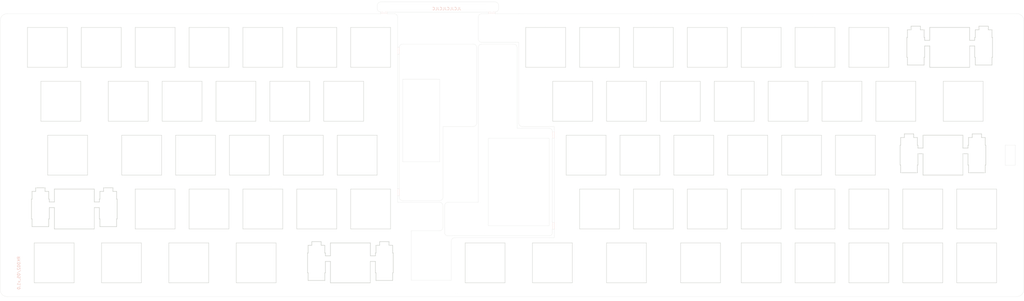
<source format=kicad_pcb>
(kicad_pcb (version 20240108) (generator "pcbnew") (generator_version "8.0")
  (layers (0 "F.Cu" signal) (31 "B.Cu" signal) (34 "B.Paste" user) (35 "F.Paste" user) (36 "B.SilkS" user "B.Silkscreen") (37 "F.SilkS" user "F.Silkscreen") (38 "B.Mask" user) (39 "F.Mask" user) (44 "Edge.Cuts" user))
  (net 0 "")
  (footprint "kbd_SW_Hole:SW_Hole_1u" (layer "F.Cu") (at 280.9875 142.875)
    (property "Reference" "SW68" (hide yes))
    (property "Value" "SW_Push" (hide yes))
    (fp_line (start -7.05 -7.05) (end 7.05 -7.05) (stroke (width 0.15)) (layer "Edge.Cuts"))
    (fp_line (start -7.05 7.05) (end -7.05 -7.05) (stroke (width 0.15)) (layer "Edge.Cuts"))
    (fp_line (start 7.05 -7.05) (end 7.05 7.05) (stroke (width 0.15)) (layer "Edge.Cuts"))
    (fp_line (start 7.05 7.05) (end -7.05 7.05) (stroke (width 0.15)) (layer "Edge.Cuts"))
  )
  (footprint "kbd_SW_Hole:SW_Hole_1u" (layer "F.Cu") (at 66.675 142.875)
    (property "Reference" "SW8" (hide yes))
    (property "Value" "SW_Push" (hide yes))
    (fp_line (start -7.05 -7.05) (end 7.05 -7.05) (stroke (width 0.15)) (layer "Edge.Cuts"))
    (fp_line (start -7.05 7.05) (end -7.05 -7.05) (stroke (width 0.15)) (layer "Edge.Cuts"))
    (fp_line (start 7.05 -7.05) (end 7.05 7.05) (stroke (width 0.15)) (layer "Edge.Cuts"))
    (fp_line (start 7.05 7.05) (end -7.05 7.05) (stroke (width 0.15)) (layer "Edge.Cuts"))
  )
  (footprint "" (layer "F.Cu") (at 153.292868 92.571528 90)
    (property "Reference" "" (at 0 0 90) (layer "F.SilkS") (effects (font (size 1.27 1.27))))
    (property "Value" "")
    (pad "" np_thru_hole circle (at 0 0 90) (size 0.5 0.5) (drill 0.5) (layers "*.Cu" "*.Mask" "In1.Cu" "In2.Cu" "In3.Cu" "In4.Cu" "In5.Cu" "In6.Cu" "In7.Cu" "In8.Cu" "In9.Cu" "In10.Cu" "In11.Cu" "In12.Cu" "In13.Cu" "In14.Cu" "In15.Cu" "In16.Cu" "In17.Cu" "In18.Cu" "In19.Cu" "In20.Cu" "In21.Cu" "In22.Cu" "In23.Cu" "In24.Cu" "In25.Cu" "In26.Cu" "In27.Cu" "In28.Cu" "In29.Cu" "In30.Cu"))
  )
  (footprint "kbd_Hole:m2_Screw_Hole" (layer "F.Cu") (at 190.50016 90.487576)
    (property "Reference" "Ref**" (hide yes))
    (property "Value" "RP-R")
    (pad "" np_thru_hole circle (at 0 0) (size 2.2 2.2) (drill 2.2) (layers "*.Cu" "*.Mask" "In1.Cu" "In2.Cu" "In3.Cu" "In4.Cu" "In5.Cu" "In6.Cu" "In7.Cu" "In8.Cu" "In9.Cu" "In10.Cu" "In11.Cu" "In12.Cu" "In13.Cu" "In14.Cu" "In15.Cu" "In16.Cu" "In17.Cu" "In18.Cu" "In19.Cu" "In20.Cu" "In21.Cu" "In22.Cu" "In23.Cu" "In24.Cu" "In25.Cu" "In26.Cu" "In27.Cu" "In28.Cu" "In29.Cu" "In30.Cu"))
  )
  (footprint "kbd_SW_Hole:SW_Hole_1u" (layer "F.Cu") (at 33.3375 104.775)
    (property "Reference" "SW1" (hide yes))
    (property "Value" "SW_Push" (hide yes))
    (fp_line (start -7.05 -7.05) (end 7.05 -7.05) (stroke (width 0.15)) (layer "Edge.Cuts"))
    (fp_line (start -7.05 7.05) (end -7.05 -7.05) (stroke (width 0.15)) (layer "Edge.Cuts"))
    (fp_line (start 7.05 -7.05) (end 7.05 7.05) (stroke (width 0.15)) (layer "Edge.Cuts"))
    (fp_line (start 7.05 7.05) (end -7.05 7.05) (stroke (width 0.15)) (layer "Edge.Cuts"))
  )
  (footprint "kbd_Hole:m2_Screw_Hole" (layer "F.Cu") (at 187 169.06875)
    (property "Reference" "Ref**" (hide yes))
    (property "Value" "")
    (pad "" np_thru_hole circle (at 0 0) (size 2.2 2.2) (drill 2.2) (layers "*.Cu" "*.Mask" "In1.Cu" "In2.Cu" "In3.Cu" "In4.Cu" "In5.Cu" "In6.Cu" "In7.Cu" "In8.Cu" "In9.Cu" "In10.Cu" "In11.Cu" "In12.Cu" "In13.Cu" "In14.Cu" "In15.Cu" "In16.Cu" "In17.Cu" "In18.Cu" "In19.Cu" "In20.Cu" "In21.Cu" "In22.Cu" "In23.Cu" "In24.Cu" "In25.Cu" "In26.Cu" "In27.Cu" "In28.Cu" "In29.Cu" "In30.Cu"))
  )
  (footprint "" (layer "F.Cu") (at 212.228728 166.985016)
    (property "Reference" "" (at 0 0 0) (layer "F.SilkS") (effects (font (size 1.27 1.27))))
    (property "Value" "")
    (pad "" np_thru_hole circle (at 0 0) (size 0.5 0.5) (drill 0.5) (layers "*.Cu" "*.Mask" "In1.Cu" "In2.Cu" "In3.Cu" "In4.Cu" "In5.Cu" "In6.Cu" "In7.Cu" "In8.Cu" "In9.Cu" "In10.Cu" "In11.Cu" "In12.Cu" "In13.Cu" "In14.Cu" "In15.Cu" "In16.Cu" "In17.Cu" "In18.Cu" "In19.Cu" "In20.Cu" "In21.Cu" "In22.Cu" "In23.Cu" "In24.Cu" "In25.Cu" "In26.Cu" "In27.Cu" "In28.Cu" "In29.Cu" "In30.Cu"))
  )
  (footprint "kbd_Hole:m2_Screw_Hole" (layer "F.Cu") (at 180.975 105.965625)
    (property "Reference" "Ref**")
    (property "Value" "Val**")
    (pad "" np_thru_hole circle (at 0 0) (size 2.2 2.2) (drill 2.2) (layers "*.Cu" "*.Mask" "In1.Cu" "In2.Cu" "In3.Cu" "In4.Cu" "In5.Cu" "In6.Cu" "In7.Cu" "In8.Cu" "In9.Cu" "In10.Cu" "In11.Cu" "In12.Cu" "In13.Cu" "In14.Cu" "In15.Cu" "In16.Cu" "In17.Cu" "In18.Cu" "In19.Cu" "In20.Cu" "In21.Cu" "In22.Cu" "In23.Cu" "In24.Cu" "In25.Cu" "In26.Cu" "In27.Cu" "In28.Cu" "In29.Cu" "In30.Cu"))
  )
  (footprint "kbd_Hole:m2_Screw_Hole" (layer "F.Cu") (at 90.4875 95.25)
    (property "Reference" "Ref**")
    (property "Value" "Val**")
    (pad "" np_thru_hole circle (at 0 0) (size 2.2 2.2) (drill 2.2) (layers "*.Cu" "*.Mask" "In1.Cu" "In2.Cu" "In3.Cu" "In4.Cu" "In5.Cu" "In6.Cu" "In7.Cu" "In8.Cu" "In9.Cu" "In10.Cu" "In11.Cu" "In12.Cu" "In13.Cu" "In14.Cu" "In15.Cu" "In16.Cu" "In17.Cu" "In18.Cu" "In19.Cu" "In20.Cu" "In21.Cu" "In22.Cu" "In23.Cu" "In24.Cu" "In25.Cu" "In26.Cu" "In27.Cu" "In28.Cu" "In29.Cu" "In30.Cu"))
  )
  (footprint "" (layer "F.Cu") (at 157.460024 155.078776)
    (property "Reference" "" (at 0 0 0) (layer "F.SilkS") (effects (font (size 1.27 1.27))))
    (property "Value" "")
    (pad "" np_thru_hole circle (at 0 0) (size 0.5 0.5) (drill 0.5) (layers "*.Cu" "*.Mask" "In1.Cu" "In2.Cu" "In3.Cu" "In4.Cu" "In5.Cu" "In6.Cu" "In7.Cu" "In8.Cu" "In9.Cu" "In10.Cu" "In11.Cu" "In12.Cu" "In13.Cu" "In14.Cu" "In15.Cu" "In16.Cu" "In17.Cu" "In18.Cu" "In19.Cu" "In20.Cu" "In21.Cu" "In22.Cu" "In23.Cu" "In24.Cu" "In25.Cu" "In26.Cu" "In27.Cu" "In28.Cu" "In29.Cu" "In30.Cu"))
  )
  (footprint "" (layer "F.Cu") (at 157.460024 156.864712)
    (property "Reference" "" (at 0 0 0) (layer "F.SilkS") (effects (font (size 1.27 1.27))))
    (property "Value" "")
    (pad "" np_thru_hole circle (at 0 0) (size 0.5 0.5) (drill 0.5) (layers "*.Cu" "*.Mask" "In1.Cu" "In2.Cu" "In3.Cu" "In4.Cu" "In5.Cu" "In6.Cu" "In7.Cu" "In8.Cu" "In9.Cu" "In10.Cu" "In11.Cu" "In12.Cu" "In13.Cu" "In14.Cu" "In15.Cu" "In16.Cu" "In17.Cu" "In18.Cu" "In19.Cu" "In20.Cu" "In21.Cu" "In22.Cu" "In23.Cu" "In24.Cu" "In25.Cu" "In26.Cu" "In27.Cu" "In28.Cu" "In29.Cu" "In30.Cu"))
  )
  (footprint "kbd_SW_Hole:SW_Hole_1u" (layer "F.Cu") (at 266.7 104.775)
    (property "Reference" "SW66" (hide yes))
    (property "Value" "SW_Push" (hide yes))
    (fp_line (start -7.05 -7.05) (end 7.05 -7.05) (stroke (width 0.15)) (layer "Edge.Cuts"))
    (fp_line (start -7.05 7.05) (end -7.05 -7.05) (stroke (width 0.15)) (layer "Edge.Cuts"))
    (fp_line (start 7.05 -7.05) (end 7.05 7.05) (stroke (width 0.15)) (layer "Edge.Cuts"))
    (fp_line (start 7.05 7.05) (end -7.05 7.05) (stroke (width 0.15)) (layer "Edge.Cuts"))
  )
  (footprint "kbd_Hole:m2_Screw_Hole" (layer "F.Cu") (at 19.05 190.5)
    (property "Reference" "Ref**")
    (property "Value" "Val**")
    (pad "" np_thru_hole circle (at 0 0) (size 2.2 2.2) (drill 2.2) (layers "*.Cu" "*.Mask" "In1.Cu" "In2.Cu" "In3.Cu" "In4.Cu" "In5.Cu" "In6.Cu" "In7.Cu" "In8.Cu" "In9.Cu" "In10.Cu" "In11.Cu" "In12.Cu" "In13.Cu" "In14.Cu" "In15.Cu" "In16.Cu" "In17.Cu" "In18.Cu" "In19.Cu" "In20.Cu" "In21.Cu" "In22.Cu" "In23.Cu" "In24.Cu" "In25.Cu" "In26.Cu" "In27.Cu" "In28.Cu" "In29.Cu" "In30.Cu"))
  )
  (footprint "" (layer "F.Cu") (at 212.228728 136.624104)
    (property "Reference" "" (at 0 0 0) (layer "F.SilkS") (effects (font (size 1.27 1.27))))
    (property "Value" "")
    (pad "" np_thru_hole circle (at 0 0) (size 0.5 0.5) (drill 0.5) (layers "*.Cu" "*.Mask" "In1.Cu" "In2.Cu" "In3.Cu" "In4.Cu" "In5.Cu" "In6.Cu" "In7.Cu" "In8.Cu" "In9.Cu" "In10.Cu" "In11.Cu" "In12.Cu" "In13.Cu" "In14.Cu" "In15.Cu" "In16.Cu" "In17.Cu" "In18.Cu" "In19.Cu" "In20.Cu" "In21.Cu" "In22.Cu" "In23.Cu" "In24.Cu" "In25.Cu" "In26.Cu" "In27.Cu" "In28.Cu" "In29.Cu" "In30.Cu"))
  )
  (footprint "kbd_Hole:m2_Screw_Hole" (layer "F.Cu") (at 152.4 95.25)
    (property "Reference" "Ref**" (hide yes))
    (property "Value" "RP-L")
    (pad "" np_thru_hole circle (at 0 0) (size 2.2 2.2) (drill 2.2) (layers "*.Cu" "*.Mask" "In1.Cu" "In2.Cu" "In3.Cu" "In4.Cu" "In5.Cu" "In6.Cu" "In7.Cu" "In8.Cu" "In9.Cu" "In10.Cu" "In11.Cu" "In12.Cu" "In13.Cu" "In14.Cu" "In15.Cu" "In16.Cu" "In17.Cu" "In18.Cu" "In19.Cu" "In20.Cu" "In21.Cu" "In22.Cu" "In23.Cu" "In24.Cu" "In25.Cu" "In26.Cu" "In27.Cu" "In28.Cu" "In29.Cu" "In30.Cu"))
  )
  (footprint "kbd_SW_Hole:SW_Hole_1u" (layer "F.Cu") (at 342.9 180.975)
    (property "Reference" "SW85" (hide yes))
    (property "Value" "SW_Push" (hide yes))
    (fp_line (start -7.05 -7.05) (end 7.05 -7.05) (stroke (width 0.15)) (layer "Edge.Cuts"))
    (fp_line (start -7.05 7.05) (end -7.05 -7.05) (stroke (width 0.15)) (layer "Edge.Cuts"))
    (fp_line (start 7.05 -7.05) (end 7.05 7.05) (stroke (width 0.15)) (layer "Edge.Cuts"))
    (fp_line (start 7.05 7.05) (end -7.05 7.05) (stroke (width 0.15)) (layer "Edge.Cuts"))
  )
  (footprint "kbd_SW_Hole:SW_Hole_1u" (layer "F.Cu") (at 300.0375 142.875)
    (property "Reference" "SW73" (hide yes))
    (property "Value" "SW_Push" (hide yes))
    (fp_line (start -7.05 -7.05) (end 7.05 -7.05) (stroke (width 0.15)) (layer "Edge.Cuts"))
    (fp_line (start -7.05 7.05) (end -7.05 -7.05) (stroke (width 0.15)) (layer "Edge.Cuts"))
    (fp_line (start 7.05 -7.05) (end 7.05 7.05) (stroke (width 0.15)) (layer "Edge.Cuts"))
    (fp_line (start 7.05 7.05) (end -7.05 7.05) (stroke (width 0.15)) (layer "Edge.Cuts"))
  )
  (footprint "kbd_Hole:m2_Screw_Hole" (layer "F.Cu") (at 295.275 190.5)
    (property "Reference" "Ref**")
    (property "Value" "Val**")
    (pad "" np_thru_hole circle (at 0 0) (size 2.2 2.2) (drill 2.2) (layers "*.Cu" "*.Mask" "In1.Cu" "In2.Cu" "In3.Cu" "In4.Cu" "In5.Cu" "In6.Cu" "In7.Cu" "In8.Cu" "In9.Cu" "In10.Cu" "In11.Cu" "In12.Cu" "In13.Cu" "In14.Cu" "In15.Cu" "In16.Cu" "In17.Cu" "In18.Cu" "In19.Cu" "In20.Cu" "In21.Cu" "In22.Cu" "In23.Cu" "In24.Cu" "In25.Cu" "In26.Cu" "In27.Cu" "In28.Cu" "In29.Cu" "In30.Cu"))
  )
  (footprint "kbd_Hole:m2_Screw_Hole" (layer "F.Cu") (at 19.05 95.25)
    (property "Reference" "Ref**")
    (property "Value" "Val**")
    (pad "" np_thru_hole circle (at 0 0) (size 2.2 2.2) (drill 2.2) (layers "*.Cu" "*.Mask" "In1.Cu" "In2.Cu" "In3.Cu" "In4.Cu" "In5.Cu" "In6.Cu" "In7.Cu" "In8.Cu" "In9.Cu" "In10.Cu" "In11.Cu" "In12.Cu" "In13.Cu" "In14.Cu" "In15.Cu" "In16.Cu" "In17.Cu" "In18.Cu" "In19.Cu" "In20.Cu" "In21.Cu" "In22.Cu" "In23.Cu" "In24.Cu" "In25.Cu" "In26.Cu" "In27.Cu" "In28.Cu" "In29.Cu" "In30.Cu"))
  )
  (footprint "kbd_Hole:m2_Screw_Hole" (layer "F.Cu") (at 133.35 95.25)
    (property "Reference" "Ref**" (hide yes))
    (property "Value" "Picot3R" (hide yes))
    (pad "" np_thru_hole circle (at 0 0) (size 2.2 2.2) (drill 2.2) (layers "*.Cu" "*.Mask" "In1.Cu" "In2.Cu" "In3.Cu" "In4.Cu" "In5.Cu" "In6.Cu" "In7.Cu" "In8.Cu" "In9.Cu" "In10.Cu" "In11.Cu" "In12.Cu" "In13.Cu" "In14.Cu" "In15.Cu" "In16.Cu" "In17.Cu" "In18.Cu" "In19.Cu" "In20.Cu" "In21.Cu" "In22.Cu" "In23.Cu" "In24.Cu" "In25.Cu" "In26.Cu" "In27.Cu" "In28.Cu" "In29.Cu" "In30.Cu"))
  )
  (footprint "kbd_Hole:m2_Screw_Hole" (layer "F.Cu") (at 376.2375 95.25)
    (property "Reference" "Ref**")
    (property "Value" "Val**")
    (pad "" np_thru_hole circle (at 0 0) (size 2.2 2.2) (drill 2.2) (layers "*.Cu" "*.Mask" "In1.Cu" "In2.Cu" "In3.Cu" "In4.Cu" "In5.Cu" "In6.Cu" "In7.Cu" "In8.Cu" "In9.Cu" "In10.Cu" "In11.Cu" "In12.Cu" "In13.Cu" "In14.Cu" "In15.Cu" "In16.Cu" "In17.Cu" "In18.Cu" "In19.Cu" "In20.Cu" "In21.Cu" "In22.Cu" "In23.Cu" "In24.Cu" "In25.Cu" "In26.Cu" "In27.Cu" "In28.Cu" "In29.Cu" "In30.Cu"))
  )
  (footprint "" (layer "F.Cu") (at 212.228728 135.43348)
    (property "Reference" "" (at 0 0 0) (layer "F.SilkS") (effects (font (size 1.27 1.27))))
    (property "Value" "")
    (pad "" np_thru_hole circle (at 0 0) (size 0.5 0.5) (drill 0.5) (layers "*.Cu" "*.Mask" "In1.Cu" "In2.Cu" "In3.Cu" "In4.Cu" "In5.Cu" "In6.Cu" "In7.Cu" "In8.Cu" "In9.Cu" "In10.Cu" "In11.Cu" "In12.Cu" "In13.Cu" "In14.Cu" "In15.Cu" "In16.Cu" "In17.Cu" "In18.Cu" "In19.Cu" "In20.Cu" "In21.Cu" "In22.Cu" "In23.Cu" "In24.Cu" "In25.Cu" "In26.Cu" "In27.Cu" "In28.Cu" "In29.Cu" "In30.Cu"))
  )
  (footprint "kbd_SW_Hole:SW_Hole_1u" (layer "F.Cu") (at 219.075 123.825)
    (property "Reference" "SW52" (hide yes))
    (property "Value" "SW_Push" (hide yes))
    (fp_line (start -7.05 -7.05) (end 7.05 -7.05) (stroke (width 0.15)) (layer "Edge.Cuts"))
    (fp_line (start -7.05 7.05) (end -7.05 -7.05) (stroke (width 0.15)) (layer "Edge.Cuts"))
    (fp_line (start 7.05 -7.05) (end 7.05 7.05) (stroke (width 0.15)) (layer "Edge.Cuts"))
    (fp_line (start 7.05 7.05) (end -7.05 7.05) (stroke (width 0.15)) (layer "Edge.Cuts"))
  )
  (footprint "" (layer "F.Cu") (at 152.102244 92.571528 90)
    (property "Reference" "" (at 0 0 90) (layer "F.SilkS") (effects (font (size 1.27 1.27))))
    (property "Value" "")
    (pad "" np_thru_hole circle (at 0 0 90) (size 0.5 0.5) (drill 0.5) (layers "*.Cu" "*.Mask" "In1.Cu" "In2.Cu" "In3.Cu" "In4.Cu" "In5.Cu" "In6.Cu" "In7.Cu" "In8.Cu" "In9.Cu" "In10.Cu" "In11.Cu" "In12.Cu" "In13.Cu" "In14.Cu" "In15.Cu" "In16.Cu" "In17.Cu" "In18.Cu" "In19.Cu" "In20.Cu" "In21.Cu" "In22.Cu" "In23.Cu" "In24.Cu" "In25.Cu" "In26.Cu" "In27.Cu" "In28.Cu" "In29.Cu" "In30.Cu"))
  )
  (footprint "" (layer "F.Cu") (at 157.460024 106.263192)
    (property "Reference" "" (at 0 0 0) (layer "F.SilkS") (effects (font (size 1.27 1.27))))
    (property "Value" "")
    (pad "" np_thru_hole circle (at 0 0) (size 0.5 0.5) (drill 0.5) (layers "*.Cu" "*.Mask" "In1.Cu" "In2.Cu" "In3.Cu" "In4.Cu" "In5.Cu" "In6.Cu" "In7.Cu" "In8.Cu" "In9.Cu" "In10.Cu" "In11.Cu" "In12.Cu" "In13.Cu" "In14.Cu" "In15.Cu" "In16.Cu" "In17.Cu" "In18.Cu" "In19.Cu" "In20.Cu" "In21.Cu" "In22.Cu" "In23.Cu" "In24.Cu" "In25.Cu" "In26.Cu" "In27.Cu" "In28.Cu" "In29.Cu" "In30.Cu"))
  )
  (footprint "kbd_SW_Hole:SW_Hole_1u" (layer "F.Cu") (at 247.65 104.775)
    (property "Reference" "SW61" (hide yes))
    (property "Value" "SW_Push" (hide yes))
    (fp_line (start -7.05 -7.05) (end 7.05 -7.05) (stroke (width 0.15)) (layer "Edge.Cuts"))
    (fp_line (start -7.05 7.05) (end -7.05 -7.05) (stroke (width 0.15)) (layer "Edge.Cuts"))
    (fp_line (start 7.05 -7.05) (end 7.05 7.05) (stroke (width 0.15)) (layer "Edge.Cuts"))
    (fp_line (start 7.05 7.05) (end -7.05 7.05) (stroke (width 0.15)) (layer "Edge.Cuts"))
  )
  (footprint "" (layer "F.Cu") (at 191.3929 92.571528 90)
    (property "Reference" "" (at 0 0 90) (layer "F.SilkS") (effects (font (size 1.27 1.27))))
    (property "Value" "")
    (pad "" np_thru_hole circle (at 0 0 90) (size 0.5 0.5) (drill 0.5) (layers "*.Cu" "*.Mask" "In1.Cu" "In2.Cu" "In3.Cu" "In4.Cu" "In5.Cu" "In6.Cu" "In7.Cu" "In8.Cu" "In9.Cu" "In10.Cu" "In11.Cu" "In12.Cu" "In13.Cu" "In14.Cu" "In15.Cu" "In16.Cu" "In17.Cu" "In18.Cu" "In19.Cu" "In20.Cu" "In21.Cu" "In22.Cu" "In23.Cu" "In24.Cu" "In25.Cu" "In26.Cu" "In27.Cu" "In28.Cu" "In29.Cu" "In30.Cu"))
  )
  (footprint "kbd_SW_Hole:SW_Hole_1u" (layer "F.Cu") (at 285.75 161.925)
    (property "Reference" "SW69" (hide yes))
    (property "Value" "SW_Push" (hide yes))
    (fp_line (start -7.05 -7.05) (end 7.05 -7.05) (stroke (width 0.15)) (layer "Edge.Cuts"))
    (fp_line (start -7.05 7.05) (end -7.05 -7.05) (stroke (width 0.15)) (layer "Edge.Cuts"))
    (fp_line (start 7.05 -7.05) (end 7.05 7.05) (stroke (width 0.15)) (layer "Edge.Cuts"))
    (fp_line (start 7.05 7.05) (end -7.05 7.05) (stroke (width 0.15)) (layer "Edge.Cuts"))
  )
  (footprint "" (layer "F.Cu") (at 212.228728 167.580328)
    (property "Reference" "" (at 0 0 0) (layer "F.SilkS") (effects (font (size 1.27 1.27))))
    (property "Value" "")
    (pad "" np_thru_hole circle (at 0 0) (size 0.5 0.5) (drill 0.5) (layers "*.Cu" "*.Mask" "In1.Cu" "In2.Cu" "In3.Cu" "In4.Cu" "In5.Cu" "In6.Cu" "In7.Cu" "In8.Cu" "In9.Cu" "In10.Cu" "In11.Cu" "In12.Cu" "In13.Cu" "In14.Cu" "In15.Cu" "In16.Cu" "In17.Cu" "In18.Cu" "In19.Cu" "In20.Cu" "In21.Cu" "In22.Cu" "In23.Cu" "In24.Cu" "In25.Cu" "In26.Cu" "In27.Cu" "In28.Cu" "In29.Cu" "In30.Cu"))
  )
  (footprint "kbd_SW_Hole:SW_Hole_1u" (layer "F.Cu") (at 319.0875 142.875)
    (property "Reference" "SW78" (hide yes))
    (property "Value" "SW_Push" (hide yes))
    (fp_line (start -7.05 -7.05) (end 7.05 -7.05) (stroke (width 0.15)) (layer "Edge.Cuts"))
    (fp_line (start -7.05 7.05) (end -7.05 -7.05) (stroke (width 0.15)) (layer "Edge.Cuts"))
    (fp_line (start 7.05 -7.05) (end 7.05 7.05) (stroke (width 0.15)) (layer "Edge.Cuts"))
    (fp_line (start 7.05 7.05) (end -7.05 7.05) (stroke (width 0.15)) (layer "Edge.Cuts"))
  )
  (footprint "kbd_SW_Hole:SW_Hole_1u" (layer "F.Cu") (at 314.325 123.825)
    (property "Reference" "SW77" (hide yes))
    (property "Value" "SW_Push" (hide yes))
    (fp_line (start -7.05 -7.05) (end 7.05 -7.05) (stroke (width 0.15)) (layer "Edge.Cuts"))
    (fp_line (start -7.05 7.05) (end -7.05 -7.05) (stroke (width 0.15)) (layer "Edge.Cuts"))
    (fp_line (start 7.05 -7.05) (end 7.05 7.05) (stroke (width 0.15)) (layer "Edge.Cuts"))
    (fp_line (start 7.05 7.05) (end -7.05 7.05) (stroke (width 0.15)) (layer "Edge.Cuts"))
  )
  (footprint "Rikkodo_FootPrint:rkd_Top_GateronChocV2byV1_2u" (layer "F.Cu") (at 350.04375 142.875)
    (property "Reference" "SW66" (hide yes))
    (property "Value" "SW_PUSH" (hide yes))
    (fp_line (start -15.15 -3.5) (end -15.15 3.5) (stroke (width 0.2)) (layer "Edge.Cuts"))
    (fp_line (start -14.95 -6.225) (end -14.95 -3.5) (stroke (width 0.2)) (layer "Edge.Cuts"))
    (fp_line (start -14.95 -6.225) (end -13.65 -6.225) (stroke (width 0.2)) (layer "Edge.Cuts"))
    (fp_line (start -14.95 -3.5) (end -15.15 -3.5) (stroke (width 0.2)) (layer "Edge.Cuts"))
    (fp_line (start -14.95 3.5) (end -15.15 3.5) (stroke (width 0.2)) (layer "Edge.Cuts"))
    (fp_line (start -14.95 3.5) (end -14.95 6.225) (stroke (width 0.2)) (layer "Edge.Cuts"))
    (fp_line (start -13.65 -7.5) (end -13.65 -6.225) (stroke (width 0.2)) (layer "Edge.Cuts"))
    (fp_line (start -13.65 -7.5) (end -10.35 -7.5) (stroke (width 0.2)) (layer "Edge.Cuts"))
    (fp_line (start -10.35 -7.5) (end -10.35 -6.225) (stroke (width 0.2)) (layer "Edge.Cuts"))
    (fp_line (start -10.35 -6.225) (end -9.05 -6.225) (stroke (width 0.2)) (layer "Edge.Cuts"))
    (fp_line (start -9.05 -6.225) (end -9.05 -3.5) (stroke (width 0.2)) (layer "Edge.Cuts"))
    (fp_line (start -9.05 -3.5) (end -8.85 -3.5) (stroke (width 0.2)) (layer "Edge.Cuts"))
    (fp_line (start -9.05 3.5) (end -9.05 6.225) (stroke (width 0.2)) (layer "Edge.Cuts"))
    (fp_line (start -9.05 3.5) (end -8.85 3.5) (stroke (width 0.2)) (layer "Edge.Cuts"))
    (fp_line (start -9.05 6.225) (end -14.95 6.225) (stroke (width 0.2)) (layer "Edge.Cuts"))
    (fp_line (start -8.85 -3.5) (end -8.85 -2.5) (stroke (width 0.2)) (layer "Edge.Cuts"))
    (fp_line (start -8.85 -2.5) (end -7.05 -2.5) (stroke (width 0.2)) (layer "Edge.Cuts"))
    (fp_line (start -8.85 -0.5) (end -8.85 3.5) (stroke (width 0.2)) (layer "Edge.Cuts"))
    (fp_line (start -8.85 -0.5) (end -7.05 -0.5) (stroke (width 0.2)) (layer "Edge.Cuts"))
    (fp_line (start -7.05 -7.05) (end 7.05 -7.05) (stroke (width 0.2)) (layer "Edge.Cuts"))
    (fp_line (start -7.05 -2.5) (end -7.05 -7.05) (stroke (width 0.2)) (layer "Edge.Cuts"))
    (fp_line (start -7.05 7.05) (end -7.05 -0.5) (stroke (width 0.2)) (layer "Edge.Cuts"))
    (fp_line (start 7.05 -2.5) (end 7.05 -7.05) (stroke (width 0.2)) (layer "Edge.Cuts"))
    (fp_line (start 7.05 -2.5) (end 8.85 -2.5) (stroke (width 0.2)) (layer "Edge.Cuts"))
    (fp_line (start 7.05 -0.5) (end 7.05 7.05) (stroke (width 0.15)) (layer "Edge.Cuts"))
    (fp_line (start 7.05 -0.5) (end 8.85 -0.5) (stroke (width 0.2)) (layer "Edge.Cuts"))
    (fp_line (start 7.05 7.05) (end -7.05 7.05) (stroke (width 0.2)) (layer "Edge.Cuts"))
    (fp_line (start 8.85 -3.5) (end 9.05 -3.5) (stroke (width 0.2)) (layer "Edge.Cuts"))
    (fp_line (start 8.85 -2.5) (end 8.85 -3.5) (stroke (width 0.2)) (layer "Edge.Cuts"))
    (fp_line (start 8.85 -0.5) (end 8.85 3.5) (stroke (width 0.2)) (layer "Edge.Cuts"))
    (fp_line (start 9.05 -6.225) (end 9.05 -3.5) (stroke (width 0.2)) (layer "Edge.Cuts"))
    (fp_line (start 9.05 -6.225) (end 10.35 -6.225) (stroke (width 0.2)) (layer "Edge.Cuts"))
    (fp_line (start 9.05 3.5) (end 8.85 3.5) (stroke (width 0.2)) (layer "Edge.Cuts"))
    (fp_line (start 9.05 3.5) (end 9.05 6.225) (stroke (width 0.2)) (layer "Edge.Cuts"))
    (fp_line (start 10.35 -7.5) (end 10.35 -6.225) (stroke (width 0.2)) (layer "Edge.Cuts"))
    (fp_line (start 10.35 -7.5) (end 13.65 -7.5) (stroke (width 0.2)) (layer "Edge.Cuts"))
    (fp_line (start 13.65 -7.5) (end 13.65 -6.225) (stroke (width 0.2)) (layer "Edge.Cuts"))
    (fp_line (start 13.65 -6.225) (end 14.95 -6.225) (stroke (width 0.2)) (layer "Edge.Cuts"))
    (fp_line (start 14.95 -6.225) (end 14.95 -3.5) (stroke (width 0.2)) (layer "Edge.Cuts"))
    (fp_line (start 14.95 -3.5) (end 15.15 -3.5) (stroke (width 0.2)) (layer "Edge.Cuts"))
    (fp_line (start 14.95 3.5) (end 14.95 6.225) (stroke (width 0.2)) (layer "Edge.Cuts"))
    (fp_line (start 14.95 6.225) (end 9.05 6.225) (stroke (width 0.2)) (layer "Edge.Cuts"))
    (fp_line (start 15.15 -3.5) (end 15.15 3.5) (stroke (width 0.2)) (layer "Edge.Cuts"))
    (fp_line (start 15.15 3.5) (end 14.95 3.5) (stroke (width 0.2)) (layer "Edge.Cuts"))
  )
  (footprint "" (layer "F.Cu") (at 212.228728 136.028792)
    (property "Reference" "" (at 0 0 0) (layer "F.SilkS") (effects (font (size 1.27 1.27))))
    (property "Value" "")
    (pad "" np_thru_hole circle (at 0 0) (size 0.5 0.5) (drill 0.5) (layers "*.Cu" "*.Mask" "In1.Cu" "In2.Cu" "In3.Cu" "In4.Cu" "In5.Cu" "In6.Cu" "In7.Cu" "In8.Cu" "In9.Cu" "In10.Cu" "In11.Cu" "In12.Cu" "In13.Cu" "In14.Cu" "In15.Cu" "In16.Cu" "In17.Cu" "In18.Cu" "In19.Cu" "In20.Cu" "In21.Cu" "In22.Cu" "In23.Cu" "In24.Cu" "In25.Cu" "In26.Cu" "In27.Cu" "In28.Cu" "In29.Cu" "In30.Cu"))
  )
  (footprint "" (layer "F.Cu") (at 157.460024 156.2694)
    (property "Reference" "" (at 0 0 0) (layer "F.SilkS") (effects (font (size 1.27 1.27))))
    (property "Value" "")
    (pad "" np_thru_hole circle (at 0 0) (size 0.5 0.5) (drill 0.5) (layers "*.Cu" "*.Mask" "In1.Cu" "In2.Cu" "In3.Cu" "In4.Cu" "In5.Cu" "In6.Cu" "In7.Cu" "In8.Cu" "In9.Cu" "In10.Cu" "In11.Cu" "In12.Cu" "In13.Cu" "In14.Cu" "In15.Cu" "In16.Cu" "In17.Cu" "In18.Cu" "In19.Cu" "In20.Cu" "In21.Cu" "In22.Cu" "In23.Cu" "In24.Cu" "In25.Cu" "In26.Cu" "In27.Cu" "In28.Cu" "In29.Cu" "In30.Cu"))
  )
  (footprint "kbd_SW_Hole:SW_Hole_1u" (layer "F.Cu") (at 100.0125 123.825)
    (property "Reference" "SW17" (hide yes))
    (property "Value" "SW_Push" (hide yes))
    (fp_line (start -7.05 -7.05) (end 7.05 -7.05) (stroke (width 0.15)) (layer "Edge.Cuts"))
    (fp_line (start -7.05 7.05) (end -7.05 -7.05) (stroke (width 0.15)) (layer "Edge.Cuts"))
    (fp_line (start 7.05 -7.05) (end 7.05 7.05) (stroke (width 0.15)) (layer "Edge.Cuts"))
    (fp_line (start 7.05 7.05) (end -7.05 7.05) (stroke (width 0.15)) (layer "Edge.Cuts"))
  )
  (footprint "kbd_Hole:m2_Screw_Hole" (layer "F.Cu") (at 226.21875 190.5)
    (property "Reference" "Ref**")
    (property "Value" "Val**")
    (pad "" np_thru_hole circle (at 0 0) (size 2.2 2.2) (drill 2.2) (layers "*.Cu" "*.Mask" "In1.Cu" "In2.Cu" "In3.Cu" "In4.Cu" "In5.Cu" "In6.Cu" "In7.Cu" "In8.Cu" "In9.Cu" "In10.Cu" "In11.Cu" "In12.Cu" "In13.Cu" "In14.Cu" "In15.Cu" "In16.Cu" "In17.Cu" "In18.Cu" "In19.Cu" "In20.Cu" "In21.Cu" "In22.Cu" "In23.Cu" "In24.Cu" "In25.Cu" "In26.Cu" "In27.Cu" "In28.Cu" "In29.Cu" "In30.Cu"))
  )
  (footprint "kbd_SW_Hole:SW_Hole_1u" (layer "F.Cu") (at 71.4375 161.925)
    (property "Reference" "SW9" (hide yes))
    (property "Value" "SW_Push" (hide yes))
    (fp_line (start -7.05 -7.05) (end 7.05 -7.05) (stroke (width 0.15)) (layer "Edge.Cuts"))
    (fp_line (start -7.05 7.05) (end -7.05 -7.05) (stroke (width 0.15)) (layer "Edge.Cuts"))
    (fp_line (start 7.05 -7.05) (end 7.05 7.05) (stroke (width 0.15)) (layer "Edge.Cuts"))
    (fp_line (start 7.05 7.05) (end -7.05 7.05) (stroke (width 0.15)) (layer "Edge.Cuts"))
  )
  (footprint "kbd_SW_Hole:SW_Hole_1u" (layer "F.Cu") (at 147.6375 104.775)
    (property "Reference" "SW26" (hide yes))
    (property "Value" "SW_Push" (hide yes))
    (fp_line (start -7.05 -7.05) (end 7.05 -7.05) (stroke (width 0.15)) (layer "Edge.Cuts"))
    (fp_line (start -7.05 7.05) (end -7.05 -7.05) (stroke (width 0.15)) (layer "Edge.Cuts"))
    (fp_line (start 7.05 -7.05) (end 7.05 7.05) (stroke (width 0.15)) (layer "Edge.Cuts"))
    (fp_line (start 7.05 7.05) (end -7.05 7.05) (stroke (width 0.15)) (layer "Edge.Cuts"))
  )
  (footprint "kbd_SW_Hole:SW_Hole_1.5u" (layer "F.Cu") (at 238.125 180.975)
    (property "Reference" "SW60" (hide yes))
    (property "Value" "SW_Push" (hide yes))
    (fp_line (start -7.05 -7.05) (end 7.05 -7.05) (stroke (width 0.15)) (layer "Edge.Cuts"))
    (fp_line (start -7.05 7.05) (end -7.05 -7.05) (stroke (width 0.15)) (layer "Edge.Cuts"))
    (fp_line (start 7.05 -7.05) (end 7.05 7.05) (stroke (width 0.15)) (layer "Edge.Cuts"))
    (fp_line (start 7.05 7.05) (end -7.05 7.05) (stroke (width 0.15)) (layer "Edge.Cuts"))
  )
  (footprint "" (layer "F.Cu") (at 189.606964 92.571528 90)
    (property "Reference" "" (at 0 0 90) (layer "F.SilkS") (effects (font (size 1.27 1.27))))
    (property "Value" "")
    (pad "" np_thru_hole circle (at 0 0 90) (size 0.5 0.5) (drill 0.5) (layers "*.Cu" "*.Mask" "In1.Cu" "In2.Cu" "In3.Cu" "In4.Cu" "In5.Cu" "In6.Cu" "In7.Cu" "In8.Cu" "In9.Cu" "In10.Cu" "In11.Cu" "In12.Cu" "In13.Cu" "In14.Cu" "In15.Cu" "In16.Cu" "In17.Cu" "In18.Cu" "In19.Cu" "In20.Cu" "In21.Cu" "In22.Cu" "In23.Cu" "In24.Cu" "In25.Cu" "In26.Cu" "In27.Cu" "In28.Cu" "In29.Cu" "In30.Cu"))
  )
  (footprint "kbd_Hole:m2_Screw_Hole" (layer "F.Cu") (at 190.5 95.25)
    (property "Reference" "Ref**" (hide yes))
    (property "Value" "RP-R")
    (pad "" np_thru_hole circle (at 0 0) (size 2.2 2.2) (drill 2.2) (layers "*.Cu" "*.Mask" "In1.Cu" "In2.Cu" "In3.Cu" "In4.Cu" "In5.Cu" "In6.Cu" "In7.Cu" "In8.Cu" "In9.Cu" "In10.Cu" "In11.Cu" "In12.Cu" "In13.Cu" "In14.Cu" "In15.Cu" "In16.Cu" "In17.Cu" "In18.Cu" "In19.Cu" "In20.Cu" "In21.Cu" "In22.Cu" "In23.Cu" "In24.Cu" "In25.Cu" "In26.Cu" "In27.Cu" "In28.Cu" "In29.Cu" "In30.Cu"))
  )
  (footprint "" (layer "F.Cu") (at 212.228728 168.770952)
    (property "Reference" "" (at 0 0 0) (layer "F.SilkS") (effects (font (size 1.27 1.27))))
    (property "Value" "")
    (pad "" np_thru_hole circle (at 0 0) (size 0.5 0.5) (drill 0.5) (layers "*.Cu" "*.Mask" "In1.Cu" "In2.Cu" "In3.Cu" "In4.Cu" "In5.Cu" "In6.Cu" "In7.Cu" "In8.Cu" "In9.Cu" "In10.Cu" "In11.Cu" "In12.Cu" "In13.Cu" "In14.Cu" "In15.Cu" "In16.Cu" "In17.Cu" "In18.Cu" "In19.Cu" "In20.Cu" "In21.Cu" "In22.Cu" "In23.Cu" "In24.Cu" "In25.Cu" "In26.Cu" "In27.Cu" "In28.Cu" "In29.Cu" "In30.Cu"))
  )
  (footprint "kbd_SW_Hole:SW_Hole_1u" (layer "F.Cu") (at 242.8875 142.875)
    (property "Reference" "SW58" (hide yes))
    (property "Value" "SW_Push" (hide yes))
    (fp_line (start -7.05 -7.05) (end 7.05 -7.05) (stroke (width 0.15)) (layer "Edge.Cuts"))
    (fp_line (start -7.05 7.05) (end -7.05 -7.05) (stroke (width 0.15)) (layer "Edge.Cuts"))
    (fp_line (start 7.05 -7.05) (end 7.05 7.05) (stroke (width 0.15)) (layer "Edge.Cuts"))
    (fp_line (start 7.05 7.05) (end -7.05 7.05) (stroke (width 0.15)) (layer "Edge.Cuts"))
  )
  (footprint "kbd_Hole:m2_Screw_Hole" (layer "F.Cu") (at 114.3 152.4)
    (property "Reference" "Ref**")
    (property "Value" "Val**")
    (pad "" np_thru_hole circle (at 0 0) (size 2.2 2.2) (drill 2.2) (layers "*.Cu" "*.Mask" "In1.Cu" "In2.Cu" "In3.Cu" "In4.Cu" "In5.Cu" "In6.Cu" "In7.Cu" "In8.Cu" "In9.Cu" "In10.Cu" "In11.Cu" "In12.Cu" "In13.Cu" "In14.Cu" "In15.Cu" "In16.Cu" "In17.Cu" "In18.Cu" "In19.Cu" "In20.Cu" "In21.Cu" "In22.Cu" "In23.Cu" "In24.Cu" "In25.Cu" "In26.Cu" "In27.Cu" "In28.Cu" "In29.Cu" "In30.Cu"))
  )
  (footprint "kbd_SW_Hole:SW_Hole_1u" (layer "F.Cu") (at 261.9375 142.875)
    (property "Reference" "SW63" (hide yes))
    (property "Value" "SW_Push" (hide yes))
    (fp_line (start -7.05 -7.05) (end 7.05 -7.05) (stroke (width 0.15)) (layer "Edge.Cuts"))
    (fp_line (start -7.05 7.05) (end -7.05 -7.05) (stroke (width 0.15)) (layer "Edge.Cuts"))
    (fp_line (start 7.05 -7.05) (end 7.05 7.05) (stroke (width 0.15)) (layer "Edge.Cuts"))
    (fp_line (start 7.05 7.05) (end -7.05 7.05) (stroke (width 0.15)) (layer "Edge.Cuts"))
  )
  (footprint "kbd_SW_Hole:SW_Hole_1.25u" (layer "F.Cu") (at 264.31875 180.975)
    (property "Reference" "SW65" (hide yes))
    (property "Value" "SW_Push" (hide yes))
    (fp_line (start -7.05 -7.05) (end 7.05 -7.05) (stroke (width 0.15)) (layer "Edge.Cuts"))
    (fp_line (start -7.05 7.05) (end -7.05 -7.05) (stroke (width 0.15)) (layer "Edge.Cuts"))
    (fp_line (start 7.05 -7.05) (end 7.05 7.05) (stroke (width 0.15)) (layer "Edge.Cuts"))
    (fp_line (start 7.05 7.05) (end -7.05 7.05) (stroke (width 0.15)) (layer "Edge.Cuts"))
  )
  (footprint "kbd_Hole:m2_Screw_Hole" (layer "F.Cu") (at 209.55 95.25)
    (property "Reference" "Ref**" (hide yes))
    (property "Value" "Picot3R" (hide yes))
    (pad "" np_thru_hole circle (at 0 0) (size 2.2 2.2) (drill 2.2) (layers "*.Cu" "*.Mask" "In1.Cu" "In2.Cu" "In3.Cu" "In4.Cu" "In5.Cu" "In6.Cu" "In7.Cu" "In8.Cu" "In9.Cu" "In10.Cu" "In11.Cu" "In12.Cu" "In13.Cu" "In14.Cu" "In15.Cu" "In16.Cu" "In17.Cu" "In18.Cu" "In19.Cu" "In20.Cu" "In21.Cu" "In22.Cu" "In23.Cu" "In24.Cu" "In25.Cu" "In26.Cu" "In27.Cu" "In28.Cu" "In29.Cu" "In30.Cu"))
  )
  (footprint "kbd_SW_Hole:SW_Hole_1u" (layer "F.Cu") (at 52.3875 104.775)
    (property "Reference" "SW6" (hide yes))
    (property "Value" "SW_Push" (hide yes))
    (fp_line (start -7.05 -7.05) (end 7.05 -7.05) (stroke (width 0.15)) (layer "Edge.Cuts"))
    (fp_line (start -7.05 7.05) (end -7.05 -7.05) (stroke (width 0.15)) (layer "Edge.Cuts"))
    (fp_line (start 7.05 -7.05) (end 7.05 7.05) (stroke (width 0.15)) (layer "Edge.Cuts"))
    (fp_line (start 7.05 7.05) (end -7.05 7.05) (stroke (width 0.15)) (layer "Edge.Cuts"))
  )
  (footprint "kbd_SW_Hole:SW_Hole_1.5u" (layer "F.Cu") (at 357.1875 123.825)
    (property "Reference" "SW87" (hide yes))
    (property "Value" "SW_Push" (hide yes))
    (fp_line (start -7.05 -7.05) (end 7.05 -7.05) (stroke (width 0.15)) (layer "Edge.Cuts"))
    (fp_line (start -7.05 7.05) (end -7.05 -7.05) (stroke (width 0.15)) (layer "Edge.Cuts"))
    (fp_line (start 7.05 -7.05) (end 7.05 7.05) (stroke (width 0.15)) (layer "Edge.Cuts"))
    (fp_line (start 7.05 7.05) (end -7.05 7.05) (stroke (width 0.15)) (layer "Edge.Cuts"))
  )
  (footprint "kbd_SW_Hole:SW_Hole_1u" (layer "F.Cu") (at 123.825 142.875)
    (property "Reference" "SW23" (hide yes))
    (property "Value" "SW_Push" (hide yes))
    (fp_line (start -7.05 -7.05) (end 7.05 -7.05) (stroke (width 0.15)) (layer "Edge.Cuts"))
    (fp_line (start -7.05 7.05) (end -7.05 -7.05) (stroke (width 0.15)) (layer "Edge.Cuts"))
    (fp_line (start 7.05 -7.05) (end 7.05 7.05) (stroke (width 0.15)) (layer "Edge.Cuts"))
    (fp_line (start 7.05 7.05) (end -7.05 7.05) (stroke (width 0.15)) (layer "Edge.Cuts"))
  )
  (footprint "kbd_Hole:m2_Screw_Hole" (layer "F.Cu") (at 161.925 157.1625)
    (property "Reference" "Ref**")
    (property "Value" "Val**")
    (pad "" np_thru_hole circle (at 0 0) (size 2.2 2.2) (drill 2.2) (layers "*.Cu" "*.Mask" "In1.Cu" "In2.Cu" "In3.Cu" "In4.Cu" "In5.Cu" "In6.Cu" "In7.Cu" "In8.Cu" "In9.Cu" "In10.Cu" "In11.Cu" "In12.Cu" "In13.Cu" "In14.Cu" "In15.Cu" "In16.Cu" "In17.Cu" "In18.Cu" "In19.Cu" "In20.Cu" "In21.Cu" "In22.Cu" "In23.Cu" "In24.Cu" "In25.Cu" "In26.Cu" "In27.Cu" "In28.Cu" "In29.Cu" "In30.Cu"))
  )
  (footprint "kbd_SW_Hole:SW_Hole_1u" (layer "F.Cu") (at 61.9125 123.825)
    (property "Reference" "SW7" (hide yes))
    (property "Value" "SW_Push" (hide yes))
    (fp_line (start -7.05 -7.05) (end 7.05 -7.05) (stroke (width 0.15)) (layer "Edge.Cuts"))
    (fp_line (start -7.05 7.05) (end -7.05 -7.05) (stroke (width 0.15)) (layer "Edge.Cuts"))
    (fp_line (start 7.05 -7.05) (end 7.05 7.05) (stroke (width 0.15)) (layer "Edge.Cuts"))
    (fp_line (start 7.05 7.05) (end -7.05 7.05) (stroke (width 0.15)) (layer "Edge.Cuts"))
  )
  (footprint "kbd_SW_Hole:SW_Hole_1.75u" (layer "F.Cu") (at 40.4813 142.875)
    (property "Reference" "SW3" (hide yes))
    (property "Value" "SW_Push" (hide yes))
    (fp_line (start -7.05 -7.05) (end 7.05 -7.05) (stroke (width 0.15)) (layer "Edge.Cuts"))
    (fp_line (start -7.05 7.05) (end -7.05 -7.05) (stroke (width 0.15)) (layer "Edge.Cuts"))
    (fp_line (start 7.05 -7.05) (end 7.05 7.05) (stroke (width 0.15)) (layer "Edge.Cuts"))
    (fp_line (start 7.05 7.05) (end -7.05 7.05) (stroke (width 0.15)) (layer "Edge.Cuts"))
  )
  (footprint "kbd_SW_Hole:SW_Hole_1u" (layer "F.Cu") (at 257.175 123.825)
    (property "Reference" "SW62" (hide yes))
    (property "Value" "SW_Push" (hide yes))
    (fp_line (start -7.05 -7.05) (end 7.05 -7.05) (stroke (width 0.15)) (layer "Edge.Cuts"))
    (fp_line (start -7.05 7.05) (end -7.05 -7.05) (stroke (width 0.15)) (layer "Edge.Cuts"))
    (fp_line (start 7.05 -7.05) (end 7.05 7.05) (stroke (width 0.15)) (layer "Edge.Cuts"))
    (fp_line (start 7.05 7.05) (end -7.05 7.05) (stroke (width 0.15)) (layer "Edge.Cuts"))
  )
  (footprint "" (layer "F.Cu") (at 190.797588 92.571528 90)
    (property "Reference" "" (at 0 0 90) (layer "F.SilkS") (effects (font (size 1.27 1.27))))
    (property "Value" "")
    (pad "" np_thru_hole circle (at 0 0 90) (size 0.5 0.5) (drill 0.5) (layers "*.Cu" "*.Mask" "In1.Cu" "In2.Cu" "In3.Cu" "In4.Cu" "In5.Cu" "In6.Cu" "In7.Cu" "In8.Cu" "In9.Cu" "In10.Cu" "In11.Cu" "In12.Cu" "In13.Cu" "In14.Cu" "In15.Cu" "In16.Cu" "In17.Cu" "In18.Cu" "In19.Cu" "In20.Cu" "In21.Cu" "In22.Cu" "In23.Cu" "In24.Cu" "In25.Cu" "In26.Cu" "In27.Cu" "In28.Cu" "In29.Cu" "In30.Cu"))
  )
  (footprint "kbd_SW_Hole:SW_Hole_1u" (layer "F.Cu") (at 342.9 161.925)
    (property "Reference" "SW84" (hide yes))
    (property "Value" "SW_Push" (hide yes))
    (fp_line (start -7.05 -7.05) (end 7.05 -7.05) (stroke (width 0.15)) (layer "Edge.Cuts"))
    (fp_line (start -7.05 7.05) (end -7.05 -7.05) (stroke (width 0.15)) (layer "Edge.Cuts"))
    (fp_line (start 7.05 -7.05) (end 7.05 7.05) (stroke (width 0.15)) (layer "Edge.Cuts"))
    (fp_line (start 7.05 7.05) (end -7.05 7.05) (stroke (width 0.15)) (layer "Edge.Cuts"))
  )
  (footprint "kbd_SW_Hole:SW_Hole_1u" (layer "F.Cu") (at 119.0625 123.825)
    (property "Reference" "SW22" (hide yes))
    (property "Value" "SW_Push" (hide yes))
    (fp_line (start -7.05 -7.05) (end 7.05 -7.05) (stroke (width 0.15)) (layer "Edge.Cuts"))
    (fp_line (start -7.05 7.05) (end -7.05 -7.05) (stroke (width 0.15)) (layer "Edge.Cuts"))
    (fp_line (start 7.05 -7.05) (end 7.05 7.05) (stroke (width 0.15)) (layer "Edge.Cuts"))
    (fp_line (start 7.05 7.05) (end -7.05 7.05) (stroke (width 0.15)) (layer "Edge.Cuts"))
  )
  (footprint "" (layer "F.Cu") (at 152.697556 92.571528 90)
    (property "Reference" "" (at 0 0 90) (layer "F.SilkS") (effects (font (size 1.27 1.27))))
    (property "Value" "")
    (pad "" np_thru_hole circle (at 0 0 90) (size 0.5 0.5) (drill 0.5) (layers "*.Cu" "*.Mask" "In1.Cu" "In2.Cu" "In3.Cu" "In4.Cu" "In5.Cu" "In6.Cu" "In7.Cu" "In8.Cu" "In9.Cu" "In10.Cu" "In11.Cu" "In12.Cu" "In13.Cu" "In14.Cu" "In15.Cu" "In16.Cu" "In17.Cu" "In18.Cu" "In19.Cu" "In20.Cu" "In21.Cu" "In22.Cu" "In23.Cu" "In24.Cu" "In25.Cu" "In26.Cu" "In27.Cu" "In28.Cu" "In29.Cu" "In30.Cu"))
  )
  (footprint "kbd_SW_Hole:SW_Hole_1u" (layer "F.Cu") (at 142.875 142.875)
    (property "Reference" "SW28" (hide yes))
    (property "Value" "SW_Push" (hide yes))
    (fp_line (start -7.05 -7.05) (end 7.05 -7.05) (stroke (width 0.15)) (layer "Edge.Cuts"))
    (fp_line (start -7.05 7.05) (end -7.05 -7.05) (stroke (width 0.15)) (layer "Edge.Cuts"))
    (fp_line (start 7.05 -7.05) (end 7.05 7.05) (stroke (width 0.15)) (layer "Edge.Cuts"))
    (fp_line (start 7.05 7.05) (end -7.05 7.05) (stroke (width 0.15)) (layer "Edge.Cuts"))
  )
  (footprint "" (layer "F.Cu") (at 212.228728 134.838168)
    (property "Reference" "" (at 0 0 0) (layer "F.SilkS") (effects (font (size 1.27 1.27))))
    (property "Value" "")
    (pad "" np_thru_hole circle (at 0 0) (size 0.5 0.5) (drill 0.5) (layers "*.Cu" "*.Mask" "In1.Cu" "In2.Cu" "In3.Cu" "In4.Cu" "In5.Cu" "In6.Cu" "In7.Cu" "In8.Cu" "In9.Cu" "In10.Cu" "In11.Cu" "In12.Cu" "In13.Cu" "In14.Cu" "In15.Cu" "In16.Cu" "In17.Cu" "In18.Cu" "In19.Cu" "In20.Cu" "In21.Cu" "In22.Cu" "In23.Cu" "In24.Cu" "In25.Cu" "In26.Cu" "In27.Cu" "In28.Cu" "In29.Cu" "In30.Cu"))
  )
  (footprint "kbd_SW_Hole:SW_Hole_1u" (layer "F.Cu") (at 333.375 123.825)
    (property "Reference" "SW82" (hide yes))
    (property "Value" "SW_Push" (hide yes))
    (fp_line (start -7.05 -7.05) (end 7.05 -7.05) (stroke (width 0.15)) (layer "Edge.Cuts"))
    (fp_line (start -7.05 7.05) (end -7.05 -7.05) (stroke (width 0.15)) (layer "Edge.Cuts"))
    (fp_line (start 7.05 -7.05) (end 7.05 7.05) (stroke (width 0.15)) (layer "Edge.Cuts"))
    (fp_line (start 7.05 7.05) (end -7.05 7.05) (stroke (width 0.15)) (layer "Edge.Cuts"))
  )
  (footprint "" (layer "F.Cu") (at 190.202276 92.571528 90)
    (property "Reference" "" (at 0 0 90) (layer "F.SilkS") (effects (font (size 1.27 1.27))))
    (property "Value" "")
    (pad "" np_thru_hole circle (at 0 0 90) (size 0.5 0.5) (drill 0.5) (layers "*.Cu" "*.Mask" "In1.Cu" "In2.Cu" "In3.Cu" "In4.Cu" "In5.Cu" "In6.Cu" "In7.Cu" "In8.Cu" "In9.Cu" "In10.Cu" "In11.Cu" "In12.Cu" "In13.Cu" "In14.Cu" "In15.Cu" "In16.Cu" "In17.Cu" "In18.Cu" "In19.Cu" "In20.Cu" "In21.Cu" "In22.Cu" "In23.Cu" "In24.Cu" "In25.Cu" "In26.Cu" "In27.Cu" "In28.Cu" "In29.Cu" "In30.Cu"))
  )
  (footprint "kbd_SW_Hole:SW_Hole_1.25u" (layer "F.Cu") (at 83.3438 180.975)
    (property "Reference" "SW15" (hide yes))
    (property "Value" "SW_Push" (hide yes))
    (fp_line (start -7.05 -7.05) (end 7.05 -7.05) (stroke (width 0.15)) (layer "Edge.Cuts"))
    (fp_line (start -7.05 7.05) (end -7.05 -7.05) (stroke (width 0.15)) (layer "Edge.Cuts"))
    (fp_line (start 7.05 -7.05) (end 7.05 7.05) (stroke (width 0.15)) (layer "Edge.Cuts"))
    (fp_line (start 7.05 7.05) (end -7.05 7.05) (stroke (width 0.15)) (layer "Edge.Cuts"))
  )
  (footprint "kbd_SW_Hole:SW_Hole_1.25u" (layer "F.Cu") (at 35.7188 180.975)
    (property "Reference" "SW5" (hide yes))
    (property "Value" "SW_Push" (hide yes))
    (fp_line (start -7.05 -7.05) (end 7.05 -7.05) (stroke (width 0.15)) (layer "Edge.Cuts"))
    (fp_line (start -7.05 7.05) (end -7.05 -7.05) (stroke (width 0.15)) (layer "Edge.Cuts"))
    (fp_line (start 7.05 -7.05) (end 7.05 7.05) (stroke (width 0.15)) (layer "Edge.Cuts"))
    (fp_line (start 7.05 7.05) (end -7.05 7.05) (stroke (width 0.15)) (layer "Edge.Cuts"))
  )
  (footprint "kbd_SW_Hole:SW_Hole_1u" (layer "F.Cu") (at 109.5375 161.925)
    (property "Reference" "SW19" (hide yes))
    (property "Value" "SW_Push" (hide yes))
    (fp_line (start -7.05 -7.05) (end 7.05 -7.05) (stroke (width 0.15)) (layer "Edge.Cuts"))
    (fp_line (start -7.05 7.05) (end -7.05 -7.05) (stroke (width 0.15)) (layer "Edge.Cuts"))
    (fp_line (start 7.05 -7.05) (end 7.05 7.05) (stroke (width 0.15)) (layer "Edge.Cuts"))
    (fp_line (start 7.05 7.05) (end -7.05 7.05) (stroke (width 0.15)) (layer "Edge.Cuts"))
  )
  (footprint "kbd_SW_Hole:SW_Hole_1u" (layer "F.Cu") (at 223.8375 142.875)
    (property "Reference" "SW53" (hide yes))
    (property "Value" "SW_Push" (hide yes))
    (fp_line (start -7.05 -7.05) (end 7.05 -7.05) (stroke (width 0.15)) (layer "Edge.Cuts"))
    (fp_line (start -7.05 7.05) (end -7.05 -7.05) (stroke (width 0.15)) (layer "Edge.Cuts"))
    (fp_line (start 7.05 -7.05) (end 7.05 7.05) (stroke (width 0.15)) (layer "Edge.Cuts"))
    (fp_line (start 7.05 7.05) (end -7.05 7.05) (stroke (width 0.15)) (layer "Edge.Cuts"))
  )
  (footprint "" (layer "F.Cu") (at 212.228728 168.17564)
    (property "Reference" "" (at 0 0 0) (layer "F.SilkS") (effects (font (size 1.27 1.27))))
    (property "Value" "")
    (pad "" np_thru_hole circle (at 0 0) (size 0.5 0.5) (drill 0.5) (layers "*.Cu" "*.Mask" "In1.Cu" "In2.Cu" "In3.Cu" "In4.Cu" "In5.Cu" "In6.Cu" "In7.Cu" "In8.Cu" "In9.Cu" "In10.Cu" "In11.Cu" "In12.Cu" "In13.Cu" "In14.Cu" "In15.Cu" "In16.Cu" "In17.Cu" "In18.Cu" "In19.Cu" "In20.Cu" "In21.Cu" "In22.Cu" "In23.Cu" "In24.Cu" "In25.Cu" "In26.Cu" "In27.Cu" "In28.Cu" "In29.Cu" "In30.Cu"))
  )
  (footprint "kbd_Hole:m2_Screw_Hole" (layer "F.Cu") (at 71.4375 133.35)
    (property "Reference" "Ref**")
    (property "Value" "Val**")
    (pad "" np_thru_hole circle (at 0 0) (size 2.2 2.2) (drill 2.2) (layers "*.Cu" "*.Mask" "In1.Cu" "In2.Cu" "In3.Cu" "In4.Cu" "In5.Cu" "In6.Cu" "In7.Cu" "In8.Cu" "In9.Cu" "In10.Cu" "In11.Cu" "In12.Cu" "In13.Cu" "In14.Cu" "In15.Cu" "In16.Cu" "In17.Cu" "In18.Cu" "In19.Cu" "In20.Cu" "In21.Cu" "In22.Cu" "In23.Cu" "In24.Cu" "In25.Cu" "In26.Cu" "In27.Cu" "In28.Cu" "In29.Cu" "In30.Cu"))
  )
  (footprint "kbd_SW_Hole:SW_Hole_1u" (layer "F.Cu") (at 247.65 161.925)
    (property "Reference" "SW59" (hide yes))
    (property "Value" "SW_Push" (hide yes))
    (fp_line (start -7.05 -7.05) (end 7.05 -7.05) (stroke (width 0.15)) (layer "Edge.Cuts"))
    (fp_line (start -7.05 7.05) (end -7.05 -7.05) (stroke (width 0.15)) (layer "Edge.Cuts"))
    (fp_line (start 7.05 -7.05) (end 7.05 7.05) (stroke (width 0.15)) (layer "Edge.Cuts"))
    (fp_line (start 7.05 7.05) (end -7.05 7.05) (stroke (width 0.15)) (layer "Edge.Cuts"))
  )
  (footprint "kbd_SW_Hole:SW_Hole_1u" (layer "F.Cu") (at 147.6375 161.925)
    (property "Reference" "SW29" (hide yes))
    (property "Value" "SW_Push" (hide yes))
    (fp_line (start -7.05 -7.05) (end 7.05 -7.05) (stroke (width 0.15)) (layer "Edge.Cuts"))
    (fp_line (start -7.05 7.05) (end -7.05 -7.05) (stroke (width 0.15)) (layer "Edge.Cuts"))
    (fp_line (start 7.05 -7.05) (end 7.05 7.05) (stroke (width 0.15)) (layer "Edge.Cuts"))
    (fp_line (start 7.05 7.05) (end -7.05 7.05) (stroke (width 0.15)) (layer "Edge.Cuts"))
  )
  (footprint "kbd_SW_Hole:SW_Hole_1u" (layer "F.Cu") (at 104.775 142.875)
    (property "Reference" "SW18" (hide yes))
    (property "Value" "SW_Push" (hide yes))
    (fp_line (start -7.05 -7.05) (end 7.05 -7.05) (stroke (width 0.15)) (layer "Edge.Cuts"))
    (fp_line (start -7.05 7.05) (end -7.05 -7.05) (stroke (width 0.15)) (layer "Edge.Cuts"))
    (fp_line (start 7.05 -7.05) (end 7.05 7.05) (stroke (width 0.15)) (layer "Edge.Cuts"))
    (fp_line (start 7.05 7.05) (end -7.05 7.05) (stroke (width 0.15)) (layer "Edge.Cuts"))
  )
  (footprint "kbd_SW_Hole:SW_Hole_1.5u" (layer "F.Cu") (at 38.1 123.825)
    (property "Reference" "SW2" (hide yes))
    (property "Value" "SW_Push" (hide yes))
    (fp_line (start -7.05 -7.05) (end 7.05 -7.05) (stroke (width 0.15)) (layer "Edge.Cuts"))
    (fp_line (start -7.05 7.05) (end -7.05 -7.05) (stroke (width 0.15)) (layer "Edge.Cuts"))
    (fp_line (start 7.05 -7.05) (end 7.05 7.05) (stroke (width 0.15)) (layer "Edge.Cuts"))
    (fp_line (start 7.05 7.05) (end -7.05 7.05) (stroke (width 0.15)) (layer "Edge.Cuts"))
  )
  (footprint "Rikkodo_FootPrint:rkd_Top_GateronChocV2byV1_2u" (layer "F.Cu") (at 42.8625 161.925)
    (property "Reference" "SW66" (hide yes))
    (property "Value" "SW_PUSH" (hide yes))
    (fp_line (start -15.15 -3.5) (end -15.15 3.5) (stroke (width 0.2)) (layer "Edge.Cuts"))
    (fp_line (start -14.95 -6.225) (end -14.95 -3.5) (stroke (width 0.2)) (layer "Edge.Cuts"))
    (fp_line (start -14.95 -6.225) (end -13.65 -6.225) (stroke (width 0.2)) (layer "Edge.Cuts"))
    (fp_line (start -14.95 -3.5) (end -15.15 -3.5) (stroke (width 0.2)) (layer "Edge.Cuts"))
    (fp_line (start -14.95 3.5) (end -15.15 3.5) (stroke (width 0.2)) (layer "Edge.Cuts"))
    (fp_line (start -14.95 3.5) (end -14.95 6.225) (stroke (width 0.2)) (layer "Edge.Cuts"))
    (fp_line (start -13.65 -7.5) (end -13.65 -6.225) (stroke (width 0.2)) (layer "Edge.Cuts"))
    (fp_line (start -13.65 -7.5) (end -10.35 -7.5) (stroke (width 0.2)) (layer "Edge.Cuts"))
    (fp_line (start -10.35 -7.5) (end -10.35 -6.225) (stroke (width 0.2)) (layer "Edge.Cuts"))
    (fp_line (start -10.35 -6.225) (end -9.05 -6.225) (stroke (width 0.2)) (layer "Edge.Cuts"))
    (fp_line (start -9.05 -6.225) (end -9.05 -3.5) (stroke (width 0.2)) (layer "Edge.Cuts"))
    (fp_line (start -9.05 -3.5) (end -8.85 -3.5) (stroke (width 0.2)) (layer "Edge.Cuts"))
    (fp_line (start -9.05 3.5) (end -9.05 6.225) (stroke (width 0.2)) (layer "Edge.Cuts"))
    (fp_line (start -9.05 3.5) (end -8.85 3.5) (stroke (width 0.2)) (layer "Edge.Cuts"))
    (fp_line (start -9.05 6.225) (end -14.95 6.225) (stroke (width 0.2)) (layer "Edge.Cuts"))
    (fp_line (start -8.85 -3.5) (end -8.85 -2.5) (stroke (width 0.2)) (layer "Edge.Cuts"))
    (fp_line (start -8.85 -2.5) (end -7.05 -2.5) (stroke (width 0.2)) (layer "Edge.Cuts"))
    (fp_line (start -8.85 -0.5) (end -8.85 3.5) (stroke (width 0.2)) (layer "Edge.Cuts"))
    (fp_line (start -8.85 -0.5) (end -7.05 -0.5) (stroke (width 0.2)) (layer "Edge.Cuts"))
    (fp_line (start -7.05 -7.05) (end 7.05 -7.05) (stroke (width 0.2)) (layer "Edge.Cuts"))
    (fp_line (start -7.05 -2.5) (end -7.05 -7.05) (stroke (width 0.2)) (layer "Edge.Cuts"))
    (fp_line (start -7.05 7.05) (end -7.05 -0.5) (stroke (width 0.2)) (layer "Edge.Cuts"))
    (fp_line (start 7.05 -2.5) (end 7.05 -7.05) (stroke (width 0.2)) (layer "Edge.Cuts"))
    (fp_line (start 7.05 -2.5) (end 8.85 -2.5) (stroke (width 0.2)) (layer "Edge.Cuts"))
    (fp_line (start 7.05 -0.5) (end 7.05 7.05) (stroke (width 0.15)) (layer "Edge.Cuts"))
    (fp_line (start 7.05 -0.5) (end 8.85 -0.5) (stroke (width 0.2)) (layer "Edge.Cuts"))
    (fp_line (start 7.05 7.05) (end -7.05 7.05) (stroke (width 0.2)) (layer "Edge.Cuts"))
    (fp_line (start 8.85 -3.5) (end 9.05 -3.5) (stroke (width 0.2)) (layer "Edge.Cuts"))
    (fp_line (start 8.85 -2.5) (end 8.85 -3.5) (stroke (width 0.2)) (layer "Edge.Cuts"))
    (fp_line (start 8.85 -0.5) (end 8.85 3.5) (stroke (width 0.2)) (layer "Edge.Cuts"))
    (fp_line (start 9.05 -6.225) (end 9.05 -3.5) (stroke (width 0.2)) (layer "Edge.Cuts"))
    (fp_line (start 9.05 -6.225) (end 10.35 -6.225) (stroke (width 0.2)) (layer "Edge.Cuts"))
    (fp_line (start 9.05 3.5) (end 8.85 3.5) (stroke (width 0.2)) (layer "Edge.Cuts"))
    (fp_line (start 9.05 3.5) (end 9.05 6.225) (stroke (width 0.2)) (layer "Edge.Cuts"))
    (fp_line (start 10.35 -7.5) (end 10.35 -6.225) (stroke (width 0.2)) (layer "Edge.Cuts"))
    (fp_line (start 10.35 -7.5) (end 13.65 -7.5) (stroke (width 0.2)) (layer "Edge.Cuts"))
    (fp_line (start 13.65 -7.5) (end 13.65 -6.225) (stroke (width 0.2)) (layer "Edge.Cuts"))
    (fp_line (start 13.65 -6.225) (end 14.95 -6.225) (stroke (width 0.2)) (layer "Edge.Cuts"))
    (fp_line (start 14.95 -6.225) (end 14.95 -3.5) (stroke (width 0.2)) (layer "Edge.Cuts"))
    (fp_line (start 14.95 -3.5) (end 15.15 -3.5) (stroke (width 0.2)) (layer "Edge.Cuts"))
    (fp_line (start 14.95 3.5) (end 14.95 6.225) (stroke (width 0.2)) (layer "Edge.Cuts"))
    (fp_line (start 14.95 6.225) (end 9.05 6.225) (stroke (width 0.2)) (layer "Edge.Cuts"))
    (fp_line (start 15.15 -3.5) (end 15.15 3.5) (stroke (width 0.2)) (layer "Edge.Cuts"))
    (fp_line (start 15.15 3.5) (end 14.95 3.5) (stroke (width 0.2)) (layer "Edge.Cuts"))
  )
  (footprint "kbd_SW_Hole:SW_Hole_1u" (layer "F.Cu") (at 285.75 104.775)
    (property "Reference" "SW71" (hide yes))
    (property "Value" "SW_Push" (hide yes))
    (fp_line (start -7.05 -7.05) (end 7.05 -7.05) (stroke (width 0.15)) (layer "Edge.Cuts"))
    (fp_line (start -7.05 7.05) (end -7.05 -7.05) (stroke (width 0.15)) (layer "Edge.Cuts"))
    (fp_line (start 7.05 -7.05) (end 7.05 7.05) (stroke (width 0.15)) (layer "Edge.Cuts"))
    (fp_line (start 7.05 7.05) (end -7.05 7.05) (stroke (width 0.15)) (layer "Edge.Cuts"))
  )
  (footprint "kbd_Hole:m2_Screw_Hole" (layer "F.Cu") (at 140.49375 95.25)
    (property "Reference" "Ref**" (hide yes))
    (property "Value" "RP-R" (hide yes))
    (pad "" np_thru_hole circle (at 0 0) (size 2.2 2.2) (drill 2.2) (layers "*.Cu" "*.Mask" "In1.Cu" "In2.Cu" "In3.Cu" "In4.Cu" "In5.Cu" "In6.Cu" "In7.Cu" "In8.Cu" "In9.Cu" "In10.Cu" "In11.Cu" "In12.Cu" "In13.Cu" "In14.Cu" "In15.Cu" "In16.Cu" "In17.Cu" "In18.Cu" "In19.Cu" "In20.Cu" "In21.Cu" "In22.Cu" "In23.Cu" "In24.Cu" "In25.Cu" "In26.Cu" "In27.Cu" "In28.Cu" "In29.Cu" "In30.Cu"))
  )
  (footprint "kbd_Hole:m2_Screw_Hole" (layer "F.Cu") (at 195.26266 107.15633)
    (property "Reference" "M2")
    (property "Value" "Mark")
    (pad "" np_thru_hole circle (at 0 0) (size 2.2 2.2) (drill 2.2) (layers "*.Cu" "*.Mask" "In1.Cu" "In2.Cu" "In3.Cu" "In4.Cu" "In5.Cu" "In6.Cu" "In7.Cu" "In8.Cu" "In9.Cu" "In10.Cu" "In11.Cu" "In12.Cu" "In13.Cu" "In14.Cu" "In15.Cu" "In16.Cu" "In17.Cu" "In18.Cu" "In19.Cu" "In20.Cu" "In21.Cu" "In22.Cu" "In23.Cu" "In24.Cu" "In25.Cu" "In26.Cu" "In27.Cu" "In28.Cu" "In29.Cu" "In30.Cu"))
  )
  (footprint "kbd_Hole:m2_Screw_Hole" (layer "F.Cu") (at 202.40625 95.25)
    (property "Reference" "Ref**" (hide yes))
    (property "Value" "Picot3R")
    (pad "" np_thru_hole circle (at 0 0) (size 2.2 2.2) (drill 2.2) (layers "*.Cu" "*.Mask" "In1.Cu" "In2.Cu" "In3.Cu" "In4.Cu" "In5.Cu" "In6.Cu" "In7.Cu" "In8.Cu" "In9.Cu" "In10.Cu" "In11.Cu" "In12.Cu" "In13.Cu" "In14.Cu" "In15.Cu" "In16.Cu" "In17.Cu" "In18.Cu" "In19.Cu" "In20.Cu" "In21.Cu" "In22.Cu" "In23.Cu" "In24.Cu" "In25.Cu" "In26.Cu" "In27.Cu" "In28.Cu" "In29.Cu" "In30.Cu"))
  )
  (footprint "kbd_SW_Hole:SW_Hole_1u" (layer "F.Cu") (at 128.5875 104.775)
    (property "Reference" "SW26" (hide yes))
    (property "Value" "SW_Push" (hide yes))
    (fp_line (start -7.05 -7.05) (end 7.05 -7.05) (stroke (width 0.15)) (layer "Edge.Cuts"))
    (fp_line (start -7.05 7.05) (end -7.05 -7.05) (stroke (width 0.15)) (layer "Edge.Cuts"))
    (fp_line (start 7.05 -7.05) (end 7.05 7.05) (stroke (width 0.15)) (layer "Edge.Cuts"))
    (fp_line (start 7.05 7.05) (end -7.05 7.05) (stroke (width 0.15)) (layer "Edge.Cuts"))
  )
  (footprint "kbd_SW_Hole:SW_Hole_1u" (layer "F.Cu") (at 128.5875 161.925)
    (property "Reference" "SW24" (hide yes))
    (property "Value" "SW_Push" (hide yes))
    (fp_line (start -7.05 -7.05) (end 7.05 -7.05) (stroke (width 0.15)) (layer "Edge.Cuts"))
    (fp_line (start -7.05 7.05) (end -7.05 -7.05) (stroke (width 0.15)) (layer "Edge.Cuts"))
    (fp_line (start 7.05 -7.05) (end 7.05 7.05) (stroke (width 0.15)) (layer "Edge.Cuts"))
    (fp_line (start 7.05 7.05) (end -7.05 7.05) (stroke (width 0.15)) (layer "Edge.Cuts"))
  )
  (footprint "kbd_SW_Hole:SW_Hole_1u" (layer "F.Cu") (at 323.85 104.775)
    (property "Reference" "SW81" (hide yes))
    (property "Value" "SW_Push" (hide yes))
    (fp_line (start -7.05 -7.05) (end 7.05 -7.05) (stroke (width 0.15)) (layer "Edge.Cuts"))
    (fp_line (start -7.05 7.05) (end -7.05 -7.05) (stroke (width 0.15)) (layer "Edge.Cuts"))
    (fp_line (start 7.05 -7.05) (end 7.05 7.05) (stroke (width 0.15)) (layer "Edge.Cuts"))
    (fp_line (start 7.05 7.05) (end -7.05 7.05) (stroke (width 0.15)) (layer "Edge.Cuts"))
  )
  (footprint "kbd_SW_Hole:SW_Hole_1u" (layer "F.Cu") (at 90.4875 104.775)
    (property "Reference" "SW16" (hide yes))
    (property "Value" "SW_Push" (hide yes))
    (fp_line (start -7.05 -7.05) (end 7.05 -7.05) (stroke (width 0.15)) (layer "Edge.Cuts"))
    (fp_line (start -7.05 7.05) (end -7.05 -7.05) (stroke (width 0.15)) (layer "Edge.Cuts"))
    (fp_line (start 7.05 -7.05) (end 7.05 7.05) (stroke (width 0.15)) (layer "Edge.Cuts"))
    (fp_line (start 7.05 7.05) (end -7.05 7.05) (stroke (width 0.15)) (layer "Edge.Cuts"))
  )
  (footprint "kbd_SW_Hole:SW_Hole_1.25u" (layer "F.Cu") (at 107.1563 180.975)
    (property "Reference" "SW20" (hide yes))
    (property "Value" "SW_Push" (hide yes))
    (fp_line (start -7.05 -7.05) (end 7.05 -7.05) (stroke (width 0.15)) (layer "Edge.Cuts"))
    (fp_line (start -7.05 7.05) (end -7.05 -7.05) (stroke (width 0.15)) (layer "Edge.Cuts"))
    (fp_line (start 7.05 -7.05) (end 7.05 7.05) (stroke (width 0.15)) (layer "Edge.Cuts"))
    (fp_line (start 7.05 7.05) (end -7.05 7.05) (stroke (width 0.15)) (layer "Edge.Cuts"))
  )
  (footprint "kbd_SW_Hole:SW_Hole_1u" (layer "F.Cu") (at 304.8 161.925)
    (property "Reference" "SW74" (hide yes))
    (property "Value" "SW_Push" (hide yes))
    (fp_line (start -7.05 -7.05) (end 7.05 -7.05) (stroke (width 0.15)) (layer "Edge.Cuts"))
    (fp_line (start -7.05 7.05) (end -7.05 -7.05) (stroke (width 0.15)) (layer "Edge.Cuts"))
    (fp_line (start 7.05 -7.05) (end 7.05 7.05) (stroke (width 0.15)) (layer "Edge.Cuts"))
    (fp_line (start 7.05 7.05) (end -7.05 7.05) (stroke (width 0.15)) (layer "Edge.Cuts"))
  )
  (footprint "kbd_Hole:m2_Screw_Hole" (layer "F.Cu") (at 164.30625 190.5)
    (property "Reference" "Ref**")
    (property "Value" "Val**")
    (pad "" np_thru_hole circle (at 0 0) (size 2.2 2.2) (drill 2.2) (layers "*.Cu" "*.Mask" "In1.Cu" "In2.Cu" "In3.Cu" "In4.Cu" "In5.Cu" "In6.Cu" "In7.Cu" "In8.Cu" "In9.Cu" "In10.Cu" "In11.Cu" "In12.Cu" "In13.Cu" "In14.Cu" "In15.Cu" "In16.Cu" "In17.Cu" "In18.Cu" "In19.Cu" "In20.Cu" "In21.Cu" "In22.Cu" "In23.Cu" "In24.Cu" "In25.Cu" "In26.Cu" "In27.Cu" "In28.Cu" "In29.Cu" "In30.Cu"))
  )
  (footprint "kbd_SW_Hole:SW_Hole_1u" (layer "F.Cu") (at 90.4875 161.925)
    (property "Reference" "SW14" (hide yes))
    (property "Value" "SW_Push" (hide yes))
    (fp_line (start -7.05 -7.05) (end 7.05 -7.05) (stroke (width 0.15)) (layer "Edge.Cuts"))
    (fp_line (start -7.05 7.05) (end -7.05 -7.05) (stroke (width 0.15)) (layer "Edge.Cuts"))
    (fp_line (start 7.05 -7.05) (end 7.05 7.05) (stroke (width 0.15)) (layer "Edge.Cuts"))
    (fp_line (start 7.05 7.05) (end -7.05 7.05) (stroke (width 0.15)) (layer "Edge.Cuts"))
  )
  (footprint "kbd_SW_Hole:SW_Hole_1.25u" (layer "F.Cu") (at 188.1188 180.975)
    (property "Reference" "SW30" (hide yes))
    (property "Value" "SW_Push" (hide yes))
    (fp_line (start -7.05 -7.05) (end 7.05 -7.05) (stroke (width 0.15)) (layer "Edge.Cuts"))
    (fp_line (start -7.05 7.05) (end -7.05 -7.05) (stroke (width 0.15)) (layer "Edge.Cuts"))
    (fp_line (start 7.05 -7.05) (end 7.05 7.05) (stroke (width 0.15)) (layer "Edge.Cuts"))
    (fp_line (start 7.05 7.05) (end -7.05 7.05) (stroke (width 0.15)) (layer "Edge.Cuts"))
  )
  (footprint "Rikkodo_FootPrint:rkd_Top_GateronChocV2byV1_2u" (layer "F.Cu") (at 352.425 104.775)
    (property "Reference" "SW66" (hide yes))
    (property "Value" "SW_PUSH" (hide yes))
    (fp_line (start -15.15 -3.5) (end -15.15 3.5) (stroke (width 0.2)) (layer "Edge.Cuts"))
    (fp_line (start -14.95 -6.225) (end -14.95 -3.5) (stroke (width 0.2)) (layer "Edge.Cuts"))
    (fp_line (start -14.95 -6.225) (end -13.65 -6.225) (stroke (width 0.2)) (layer "Edge.Cuts"))
    (fp_line (start -14.95 -3.5) (end -15.15 -3.5) (stroke (width 0.2)) (layer "Edge.Cuts"))
    (fp_line (start -14.95 3.5) (end -15.15 3.5) (stroke (width 0.2)) (layer "Edge.Cuts"))
    (fp_line (start -14.95 3.5) (end -14.95 6.225) (stroke (width 0.2)) (layer "Edge.Cuts"))
    (fp_line (start -13.65 -7.5) (end -13.65 -6.225) (stroke (width 0.2)) (layer "Edge.Cuts"))
    (fp_line (start -13.65 -7.5) (end -10.35 -7.5) (stroke (width 0.2)) (layer "Edge.Cuts"))
    (fp_line (start -10.35 -7.5) (end -10.35 -6.225) (stroke (width 0.2)) (layer "Edge.Cuts"))
    (fp_line (start -10.35 -6.225) (end -9.05 -6.225) (stroke (width 0.2)) (layer "Edge.Cuts"))
    (fp_line (start -9.05 -6.225) (end -9.05 -3.5) (stroke (width 0.2)) (layer "Edge.Cuts"))
    (fp_line (start -9.05 -3.5) (end -8.85 -3.5) (stroke (width 0.2)) (layer "Edge.Cuts"))
    (fp_line (start -9.05 3.5) (end -9.05 6.225) (stroke (width 0.2)) (layer "Edge.Cuts"))
    (fp_line (start -9.05 3.5) (end -8.85 3.5) (stroke (width 0.2)) (layer "Edge.Cuts"))
    (fp_line (start -9.05 6.225) (end -14.95 6.225) (stroke (width 0.2)) (layer "Edge.Cuts"))
    (fp_line (start -8.85 -3.5) (end -8.85 -2.5) (stroke (width 0.2)) (layer "Edge.Cuts"))
    (fp_line (start -8.85 -2.5) (end -7.05 -2.5) (stroke (width 0.2)) (layer "Edge.Cuts"))
    (fp_line (start -8.85 -0.5) (end -8.85 3.5) (stroke (width 0.2)) (layer "Edge.Cuts"))
    (fp_line (start -8.85 -0.5) (end -7.05 -0.5) (stroke (width 0.2)) (layer "Edge.Cuts"))
    (fp_line (start -7.05 -7.05) (end 7.05 -7.05) (stroke (width 0.2)) (layer "Edge.Cuts"))
    (fp_line (start -7.05 -2.5) (end -7.05 -7.05) (stroke (width 0.2)) (layer "Edge.Cuts"))
    (fp_line (start -7.05 7.05) (end -7.05 -0.5) (stroke (width 0.2)) (layer "Edge.Cuts"))
    (fp_line (start 7.05 -2.5) (end 7.05 -7.05) (stroke (width 0.2)) (layer "Edge.Cuts"))
    (fp_line (start 7.05 -2.5) (end 8.85 -2.5) (stroke (width 0.2)) (layer "Edge.Cuts"))
    (fp_line (start 7.05 -0.5) (end 7.05 7.05) (stroke (width 0.15)) (layer "Edge.Cuts"))
    (fp_line (start 7.05 -0.5) (end 8.85 -0.5) (stroke (width 0.2)) (layer "Edge.Cuts"))
    (fp_line (start 7.05 7.05) (end -7.05 7.05) (stroke (width 0.2)) (layer "Edge.Cuts"))
    (fp_line (start 8.85 -3.5) (end 9.05 -3.5) (stroke (width 0.2)) (layer "Edge.Cuts"))
    (fp_line (start 8.85 -2.5) (end 8.85 -3.5) (stroke (width 0.2)) (layer "Edge.Cuts"))
    (fp_line (start 8.85 -0.5) (end 8.85 3.5) (stroke (width 0.2)) (layer "Edge.Cuts"))
    (fp_line (start 9.05 -6.225) (end 9.05 -3.5) (stroke (width 0.2)) (layer "Edge.Cuts"))
    (fp_line (start 9.05 -6.225) (end 10.35 -6.225) (stroke (width 0.2)) (layer "Edge.Cuts"))
    (fp_line (start 9.05 3.5) (end 8.85 3.5) (stroke (width 0.2)) (layer "Edge.Cuts"))
    (fp_line (start 9.05 3.5) (end 9.05 6.225) (stroke (width 0.2)) (layer "Edge.Cuts"))
    (fp_line (start 10.35 -7.5) (end 10.35 -6.225) (stroke (width 0.2)) (layer "Edge.Cuts"))
    (fp_line (start 10.35 -7.5) (end 13.65 -7.5) (stroke (width 0.2)) (layer "Edge.Cuts"))
    (fp_line (start 13.65 -7.5) (end 13.65 -6.225) (stroke (width 0.2)) (layer "Edge.Cuts"))
    (fp_line (start 13.65 -6.225) (end 14.95 -6.225) (stroke (width 0.2)) (layer "Edge.Cuts"))
    (fp_line (start 14.95 -6.225) (end 14.95 -3.5) (stroke (width 0.2)) (layer "Edge.Cuts"))
    (fp_line (start 14.95 -3.5) (end 15.15 -3.5) (stroke (width 0.2)) (layer "Edge.Cuts"))
    (fp_line (start 14.95 3.5) (end 14.95 6.225) (stroke (width 0.2)) (layer "Edge.Cuts"))
    (fp_line (start 14.95 6.225) (end 9.05 6.225) (stroke (width 0.2)) (layer "Edge.Cuts"))
    (fp_line (start 15.15 -3.5) (end 15.15 3.5) (stroke (width 0.2)) (layer "Edge.Cuts"))
    (fp_line (start 15.15 3.5) (end 14.95 3.5) (stroke (width 0.2)) (layer "Edge.Cuts"))
  )
  (footprint "" (layer "F.Cu") (at 157.460024 106.858504)
    (property "Reference" "" (at 0 0 0) (layer "F.SilkS") (effects (font (size 1.27 1.27))))
    (property "Value" "")
    (pad "" np_thru_hole circle (at 0 0) (size 0.5 0.5) (drill 0.5) (layers "*.Cu" "*.Mask" "In1.Cu" "In2.Cu" "In3.Cu" "In4.Cu" "In5.Cu" "In6.Cu" "In7.Cu" "In8.Cu" "In9.Cu" "In10.Cu" "In11.Cu" "In12.Cu" "In13.Cu" "In14.Cu" "In15.Cu" "In16.Cu" "In17.Cu" "In18.Cu" "In19.Cu" "In20.Cu" "In21.Cu" "In22.Cu" "In23.Cu" "In24.Cu" "In25.Cu" "In26.Cu" "In27.Cu" "In28.Cu" "In29.Cu" "In30.Cu"))
  )
  (footprint "kbd_SW_Hole:SW_Hole_1u" (layer "F.Cu") (at 238.125 123.825)
    (property "Reference" "SW57" (hide yes))
    (property "Value" "SW_Push" (hide yes))
    (fp_line (start -7.05 -7.05) (end 7.05 -7.05) (stroke (width 0.15)) (layer "Edge.Cuts"))
    (fp_line (start -7.05 7.05) (end -7.05 -7.05) (stroke (width 0.15)) (layer "Edge.Cuts"))
    (fp_line (start 7.05 -7.05) (end 7.05 7.05) (stroke (width 0.15)) (layer "Edge.Cuts"))
    (fp_line (start 7.05 7.05) (end -7.05 7.05) (stroke (width 0.15)) (layer "Edge.Cuts"))
  )
  (footprint "kbd_Hole:m2_Screw_Hole" (layer "F.Cu") (at 95.25 190.5)
    (property "Reference" "Ref**")
    (property "Value" "Val**")
    (pad "" np_thru_hole circle (at 0 0) (size 2.2 2.2) (drill 2.2) (layers "*.Cu" "*.Mask" "In1.Cu" "In2.Cu" "In3.Cu" "In4.Cu" "In5.Cu" "In6.Cu" "In7.Cu" "In8.Cu" "In9.Cu" "In10.Cu" "In11.Cu" "In12.Cu" "In13.Cu" "In14.Cu" "In15.Cu" "In16.Cu" "In17.Cu" "In18.Cu" "In19.Cu" "In20.Cu" "In21.Cu" "In22.Cu" "In23.Cu" "In24.Cu" "In25.Cu" "In26.Cu" "In27.Cu" "In28.Cu" "In29.Cu" "In30.Cu"))
  )
  (footprint "kbd_Hole:m2_Screw_Hole" (layer "F.Cu") (at 304.800256 95.25)
    (property "Reference" "Ref**")
    (property "Value" "Val**")
    (pad "" np_thru_hole circle (at 0 0) (size 2.2 2.2) (drill 2.2) (layers "*.Cu" "*.Mask" "In1.Cu" "In2.Cu" "In3.Cu" "In4.Cu" "In5.Cu" "In6.Cu" "In7.Cu" "In8.Cu" "In9.Cu" "In10.Cu" "In11.Cu" "In12.Cu" "In13.Cu" "In14.Cu" "In15.Cu" "In16.Cu" "In17.Cu" "In18.Cu" "In19.Cu" "In20.Cu" "In21.Cu" "In22.Cu" "In23.Cu" "In24.Cu" "In25.Cu" "In26.Cu" "In27.Cu" "In28.Cu" "In29.Cu" "In30.Cu"))
  )
  (footprint "kbd_Hole:m2_Screw_Hole" (layer "F.Cu") (at 152.400128 90.487576)
    (property "Reference" "Ref**" (hide yes))
    (property "Value" "RP-L")
    (pad "" np_thru_hole circle (at 0 0) (size 2.2 2.2) (drill 2.2) (layers "*.Cu" "*.Mask" "In1.Cu" "In2.Cu" "In3.Cu" "In4.Cu" "In5.Cu" "In6.Cu" "In7.Cu" "In8.Cu" "In9.Cu" "In10.Cu" "In11.Cu" "In12.Cu" "In13.Cu" "In14.Cu" "In15.Cu" "In16.Cu" "In17.Cu" "In18.Cu" "In19.Cu" "In20.Cu" "In21.Cu" "In22.Cu" "In23.Cu" "In24.Cu" "In25.Cu" "In26.Cu" "In27.Cu" "In28.Cu" "In29.Cu" "In30.Cu"))
  )
  (footprint "Rikkodo_FootPrint:rkd_Top_GateronChocV2byV1_2u" (layer "F.Cu") (at 140.49375 180.975)
    (property "Reference" "SW66" (hide yes))
    (property "Value" "SW_PUSH" (hide yes))
    (fp_line (start -15.15 -3.5) (end -15.15 3.5) (stroke (width 0.2)) (layer "Edge.Cuts"))
    (fp_line (start -14.95 -6.225) (end -14.95 -3.5) (stroke (width 0.2)) (layer "Edge.Cuts"))
    (fp_line (start -14.95 -6.225) (end -13.65 -6.225) (stroke (width 0.2)) (layer "Edge.Cuts"))
    (fp_line (start -14.95 -3.5) (end -15.15 -3.5) (stroke (width 0.2)) (layer "Edge.Cuts"))
    (fp_line (start -14.95 3.5) (end -15.15 3.5) (stroke (width 0.2)) (layer "Edge.Cuts"))
    (fp_line (start -14.95 3.5) (end -14.95 6.225) (stroke (width 0.2)) (layer "Edge.Cuts"))
    (fp_line (start -13.65 -7.5) (end -13.65 -6.225) (stroke (width 0.2)) (layer "Edge.Cuts"))
    (fp_line (start -13.65 -7.5) (end -10.35 -7.5) (stroke (width 0.2)) (layer "Edge.Cuts"))
    (fp_line (start -10.35 -7.5) (end -10.35 -6.225) (stroke (width 0.2)) (layer "Edge.Cuts"))
    (fp_line (start -10.35 -6.225) (end -9.05 -6.225) (stroke (width 0.2)) (layer "Edge.Cuts"))
    (fp_line (start -9.05 -6.225) (end -9.05 -3.5) (stroke (width 0.2)) (layer "Edge.Cuts"))
    (fp_line (start -9.05 -3.5) (end -8.85 -3.5) (stroke (width 0.2)) (layer "Edge.Cuts"))
    (fp_line (start -9.05 3.5) (end -9.05 6.225) (stroke (width 0.2)) (layer "Edge.Cuts"))
    (fp_line (start -9.05 3.5) (end -8.85 3.5) (stroke (width 0.2)) (layer "Edge.Cuts"))
    (fp_line (start -9.05 6.225) (end -14.95 6.225) (stroke (width 0.2)) (layer "Edge.Cuts"))
    (fp_line (start -8.85 -3.5) (end -8.85 -2.5) (stroke (width 0.2)) (layer "Edge.Cuts"))
    (fp_line (start -8.85 -2.5) (end -7.05 -2.5) (stroke (width 0.2)) (layer "Edge.Cuts"))
    (fp_line (start -8.85 -0.5) (end -8.85 3.5) (stroke (width 0.2)) (layer "Edge.Cuts"))
    (fp_line (start -8.85 -0.5) (end -7.05 -0.5) (stroke (width 0.2)) (layer "Edge.Cuts"))
    (fp_line (start -7.05 -7.05) (end 7.05 -7.05) (stroke (width 0.2)) (layer "Edge.Cuts"))
    (fp_line (start -7.05 -2.5) (end -7.05 -7.05) (stroke (width 0.2)) (layer "Edge.Cuts"))
    (fp_line (start -7.05 7.05) (end -7.05 -0.5) (stroke (width 0.2)) (layer "Edge.Cuts"))
    (fp_line (start 7.05 -2.5) (end 7.05 -7.05) (stroke (width 0.2)) (layer "Edge.Cuts"))
    (fp_line (start 7.05 -2.5) (end 8.85 -2.5) (stroke (width 0.2)) (layer "Edge.Cuts"))
    (fp_line (start 7.05 -0.5) (end 7.05 7.05) (stroke (width 0.15)) (layer "Edge.Cuts"))
    (fp_line (start 7.05 -0.5) (end 8.85 -0.5) (stroke (width 0.2)) (layer "Edge.Cuts"))
    (fp_line (start 7.05 7.05) (end -7.05 7.05) (stroke (width 0.2)) (layer "Edge.Cuts"))
    (fp_line (start 8.85 -3.5) (end 9.05 -3.5) (stroke (width 0.2)) (layer "Edge.Cuts"))
    (fp_line (start 8.85 -2.5) (end 8.85 -3.5) (stroke (width 0.2)) (layer "Edge.Cuts"))
    (fp_line (start 8.85 -0.5) (end 8.85 3.5) (stroke (width 0.2)) (layer "Edge.Cuts"))
    (fp_line (start 9.05 -6.225) (end 9.05 -3.5) (stroke (width 0.2)) (layer "Edge.Cuts"))
    (fp_line (start 9.05 -6.225) (end 10.35 -6.225) (stroke (width 0.2)) (layer "Edge.Cuts"))
    (fp_line (start 9.05 3.5) (end 8.85 3.5) (stroke (width 0.2)) (layer "Edge.Cuts"))
    (fp_line (start 9.05 3.5) (end 9.05 6.225) (stroke (width 0.2)) (layer "Edge.Cuts"))
    (fp_line (start 10.35 -7.5) (end 10.35 -6.225) (stroke (width 0.2)) (layer "Edge.Cuts"))
    (fp_line (start 10.35 -7.5) (end 13.65 -7.5) (stroke (width 0.2)) (layer "Edge.Cuts"))
    (fp_line (start 13.65 -7.5) (end 13.65 -6.225) (stroke (width 0.2)) (layer "Edge.Cuts"))
    (fp_line (start 13.65 -6.225) (end 14.95 -6.225) (stroke (width 0.2)) (layer "Edge.Cuts"))
    (fp_line (start 14.95 -6.225) (end 14.95 -3.5) (stroke (width 0.2)) (layer "Edge.Cuts"))
    (fp_line (start 14.95 -3.5) (end 15.15 -3.5) (stroke (width 0.2)) (layer "Edge.Cuts"))
    (fp_line (start 14.95 3.5) (end 14.95 6.225) (stroke (width 0.2)) (layer "Edge.Cuts"))
    (fp_line (start 14.95 6.225) (end 9.05 6.225) (stroke (width 0.2)) (layer "Edge.Cuts"))
    (fp_line (start 15.15 -3.5) (end 15.15 3.5) (stroke (width 0.2)) (layer "Edge.Cuts"))
    (fp_line (start 15.15 3.5) (end 14.95 3.5) (stroke (width 0.2)) (layer "Edge.Cuts"))
  )
  (footprint "kbd_SW_Hole:SW_Hole_1u" (layer "F.Cu") (at 228.6 161.925)
    (property "Reference" "SW54" (hide yes))
    (property "Value" "SW_Push" (hide yes))
    (fp_line (start -7.05 -7.05) (end 7.05 -7.05) (stroke (width 0.15)) (layer "Edge.Cuts"))
    (fp_line (start -7.05 7.05) (end -7.05 -7.05) (stroke (width 0.15)) (layer "Edge.Cuts"))
    (fp_line (start 7.05 -7.05) (end 7.05 7.05) (stroke (width 0.15)) (layer "Edge.Cuts"))
    (fp_line (start 7.05 7.05) (end -7.05 7.05) (stroke (width 0.15)) (layer "Edge.Cuts"))
  )
  (footprint "" (layer "F.Cu") (at 157.460024 105.072568)
    (property "Reference" "" (at 0 0 0) (layer "F.SilkS") (effects (font (size 1.27 1.27))))
    (property "Value" "")
    (pad "" np_thru_hole circle (at 0 0) (size 0.5 0.5) (drill 0.5) (layers "*.Cu" "*.Mask" "In1.Cu" "In2.Cu" "In3.Cu" "In4.Cu" "In5.Cu" "In6.Cu" "In7.Cu" "In8.Cu" "In9.Cu" "In10.Cu" "In11.Cu" "In12.Cu" "In13.Cu" "In14.Cu" "In15.Cu" "In16.Cu" "In17.Cu" "In18.Cu" "In19.Cu" "In20.Cu" "In21.Cu" "In22.Cu" "In23.Cu" "In24.Cu" "In25.Cu" "In26.Cu" "In27.Cu" "In28.Cu" "In29.Cu" "In30.Cu"))
  )
  (footprint "kbd_SW_Hole:SW_Hole_1u" (layer "F.Cu") (at 138.1125 123.825)
    (property "Reference" "SW27" (hide yes))
    (property "Value" "SW_Push" (hide yes))
    (fp_line (start -7.05 -7.05) (end 7.05 -7.05) (stroke (width 0.15)) (layer "Edge.Cuts"))
    (fp_line (start -7.05 7.05) (end -7.05 -7.05) (stroke (width 0.15)) (layer "Edge.Cuts"))
    (fp_line (start 7.05 -7.05) (end 7.05 7.05) (stroke (width 0.15)) (layer "Edge.Cuts"))
    (fp_line (start 7.05 7.05) (end -7.05 7.05) (stroke (width 0.15)) (layer "Edge.Cuts"))
  )
  (footprint "Rikkodo_FootPrint:rkd_Point_Hall" (layer "F.Cu") (at 200.025 152.4)
    (property "Reference" "M2" (hide yes))
    (property "Value" "Mark" (hide yes))
    (fp_line (start -10.715625 15.478125) (end -10.715625 -15.478125) (stroke (width 0.05)) (layer "Edge.Cuts"))
    (fp_line (start 10.715625 -15.478125) (end -10.715625 -15.478125) (stroke (width 0.05)) (layer "Edge.Cuts"))
    (fp_line (start 10.715625 -15.478125) (end 10.715625 15.478125) (stroke (width 0.05)) (layer "Edge.Cuts"))
    (fp_line (start 10.715625 15.478125) (end -10.715625 15.478125) (stroke (width 0.05)) (layer "Edge.Cuts"))
  )
  (footprint "kbd_SW_Hole:SW_Hole_1.25u" (layer "F.Cu") (at 59.5313 180.975)
    (property "Reference" "SW10" (hide yes))
    (property "Value" "SW_Push" (hide yes))
    (fp_line (start -7.05 -7.05) (end 7.05 -7.05) (stroke (width 0.15)) (layer "Edge.Cuts"))
    (fp_line (start -7.05 7.05) (end -7.05 -7.05) (stroke (width 0.15)) (layer "Edge.Cuts"))
    (fp_line (start 7.05 -7.05) (end 7.05 7.05) (stroke (width 0.15)) (layer "Edge.Cuts"))
    (fp_line (start 7.05 7.05) (end -7.05 7.05) (stroke (width 0.15)) (layer "Edge.Cuts"))
  )
  (footprint "kbd_Hole:m2_Screw_Hole" (layer "F.Cu") (at 247.65 95.25)
    (property "Reference" "Ref**")
    (property "Value" "Val**")
    (pad "" np_thru_hole circle (at 0 0) (size 2.2 2.2) (drill 2.2) (layers "*.Cu" "*.Mask" "In1.Cu" "In2.Cu" "In3.Cu" "In4.Cu" "In5.Cu" "In6.Cu" "In7.Cu" "In8.Cu" "In9.Cu" "In10.Cu" "In11.Cu" "In12.Cu" "In13.Cu" "In14.Cu" "In15.Cu" "In16.Cu" "In17.Cu" "In18.Cu" "In19.Cu" "In20.Cu" "In21.Cu" "In22.Cu" "In23.Cu" "In24.Cu" "In25.Cu" "In26.Cu" "In27.Cu" "In28.Cu" "In29.Cu" "In30.Cu"))
  )
  (footprint "" (layer "F.Cu") (at 151.506932 92.571528 90)
    (property "Reference" "" (at 0 0 90) (layer "F.SilkS") (effects (font (size 1.27 1.27))))
    (property "Value" "")
    (pad "" np_thru_hole circle (at 0 0 90) (size 0.5 0.5) (drill 0.5) (layers "*.Cu" "*.Mask" "In1.Cu" "In2.Cu" "In3.Cu" "In4.Cu" "In5.Cu" "In6.Cu" "In7.Cu" "In8.Cu" "In9.Cu" "In10.Cu" "In11.Cu" "In12.Cu" "In13.Cu" "In14.Cu" "In15.Cu" "In16.Cu" "In17.Cu" "In18.Cu" "In19.Cu" "In20.Cu" "In21.Cu" "In22.Cu" "In23.Cu" "In24.Cu" "In25.Cu" "In26.Cu" "In27.Cu" "In28.Cu" "In29.Cu" "In30.Cu"))
  )
  (footprint "kbd_SW_Hole:SW_Hole_1u" (layer "F.Cu") (at 209.55 104.775)
    (property "Reference" "SW51" (hide yes))
    (property "Value" "SW_Push" (hide yes))
    (fp_line (start -7.05 -7.05) (end 7.05 -7.05) (stroke (width 0.15)) (layer "Edge.Cuts"))
    (fp_line (start -7.05 7.05) (end -7.05 -7.05) (stroke (width 0.15)) (layer "Edge.Cuts"))
    (fp_line (start 7.05 -7.05) (end 7.05 7.05) (stroke (width 0.15)) (layer "Edge.Cuts"))
    (fp_line (start 7.05 7.05) (end -7.05 7.05) (stroke (width 0.15)) (layer "Edge.Cuts"))
  )
  (footprint "kbd_SW_Hole:SW_Hole_1u" (layer "F.Cu") (at 361.95 161.925)
    (property "Reference" "SW89" (hide yes))
    (property "Value" "SW_Push" (hide yes))
    (fp_line (start -7.05 -7.05) (end 7.05 -7.05) (stroke (width 0.15)) (layer "Edge.Cuts"))
    (fp_line (start -7.05 7.05) (end -7.05 -7.05) (stroke (width 0.15)) (layer "Edge.Cuts"))
    (fp_line (start 7.05 -7.05) (end 7.05 7.05) (stroke (width 0.15)) (layer "Edge.Cuts"))
    (fp_line (start 7.05 7.05) (end -7.05 7.05) (stroke (width 0.15)) (layer "Edge.Cuts"))
  )
  (footprint "kbd_SW_Hole:SW_Hole_1u" (layer "F.Cu") (at 266.7 161.925)
    (property "Reference" "SW64" (hide yes))
    (property "Value" "SW_Push" (hide yes))
    (fp_line (start -7.05 -7.05) (end 7.05 -7.05) (stroke (width 0.15)) (layer "Edge.Cuts"))
    (fp_line (start -7.05 7.05) (end -7.05 -7.05) (stroke (width 0.15)) (layer "Edge.Cuts"))
    (fp_line (start 7.05 -7.05) (end 7.05 7.05) (stroke (width 0.15)) (layer "Edge.Cuts"))
    (fp_line (start 7.05 7.05) (end -7.05 7.05) (stroke (width 0.15)) (layer "Edge.Cuts"))
  )
  (footprint "" (layer "F.Cu") (at 157.460024 155.674088)
    (property "Reference" "" (at 0 0 0) (layer "F.SilkS") (effects (font (size 1.27 1.27))))
    (property "Value" "")
    (pad "" np_thru_hole circle (at 0 0) (size 0.5 0.5) (drill 0.5) (layers "*.Cu" "*.Mask" "In1.Cu" "In2.Cu" "In3.Cu" "In4.Cu" "In5.Cu" "In6.Cu" "In7.Cu" "In8.Cu" "In9.Cu" "In10.Cu" "In11.Cu" "In12.Cu" "In13.Cu" "In14.Cu" "In15.Cu" "In16.Cu" "In17.Cu" "In18.Cu" "In19.Cu" "In20.Cu" "In21.Cu" "In22.Cu" "In23.Cu" "In24.Cu" "In25.Cu" "In26.Cu" "In27.Cu" "In28.Cu" "In29.Cu" "In30.Cu"))
  )
  (footprint "kbd_Hole:m2_Screw_Hole" (layer "F.Cu") (at 178.59375 190.5)
    (property "Reference" "Ref**")
    (property "Value" "Val**")
    (pad "" np_thru_hole circle (at 0 0) (size 2.2 2.2) (drill 2.2) (layers "*.Cu" "*.Mask" "In1.Cu" "In2.Cu" "In3.Cu" "In4.Cu" "In5.Cu" "In6.Cu" "In7.Cu" "In8.Cu" "In9.Cu" "In10.Cu" "In11.Cu" "In12.Cu" "In13.Cu" "In14.Cu" "In15.Cu" "In16.Cu" "In17.Cu" "In18.Cu" "In19.Cu" "In20.Cu" "In21.Cu" "In22.Cu" "In23.Cu" "In24.Cu" "In25.Cu" "In26.Cu" "In27.Cu" "In28.Cu" "In29.Cu" "In30.Cu"))
  )
  (footprint "kbd_Hole:m2_Screw_Hole" (layer "F.Cu") (at 161.925 105.965625)
    (property "Reference" "Ref**")
    (property "Value" "Val**")
    (pad "" np_thru_hole circle (at 0 0) (size 2.2 2.2) (drill 2.2) (layers "*.Cu" "*.Mask" "In1.Cu" "In2.Cu" "In3.Cu" "In4.Cu" "In5.Cu" "In6.Cu" "In7.Cu" "In8.Cu" "In9.Cu" "In10.Cu" "In11.Cu" "In12.Cu" "In13.Cu" "In14.Cu" "In15.Cu" "In16.Cu" "In17.Cu" "In18.Cu" "In19.Cu" "In20.Cu" "In21.Cu" "In22.Cu" "In23.Cu" "In24.Cu" "In25.Cu" "In26.Cu" "In27.Cu" "In28.Cu" "In29.Cu" "In30.Cu"))
  )
  (footprint "kbd_SW_Hole:SW_Hole_1u" (layer "F.Cu") (at 85.725 142.875)
    (property "Reference" "SW13" (hide yes))
    (property "Value" "SW_Push" (hide yes))
    (fp_line (start -7.05 -7.05) (end 7.05 -7.05) (stroke (width 0.15)) (layer "Edge.Cuts"))
    (fp_line (start -7.05 7.05) (end -7.05 -7.05) (stroke (width 0.15)) (layer "Edge.Cuts"))
    (fp_line (start 7.05 -7.05) (end 7.05 7.05) (stroke (width 0.15)) (layer "Edge.Cuts"))
    (fp_line (start 7.05 7.05) (end -7.05 7.05) (stroke (width 0.15)) (layer "Edge.Cuts"))
  )
  (footprint "kbd_SW_Hole:SW_Hole_1u" (layer "F.Cu") (at 295.275 123.825)
    (property "Reference" "SW72" (hide yes))
    (property "Value" "SW_Push" (hide yes))
    (fp_line (start -7.05 -7.05) (end 7.05 -7.05) (stroke (width 0.15)) (layer "Edge.Cuts"))
    (fp_line (start -7.05 7.05) (end -7.05 -7.05) (stroke (width 0.15)) (layer "Edge.Cuts"))
    (fp_line (start 7.05 -7.05) (end 7.05 7.05) (stroke (width 0.15)) (layer "Edge.Cuts"))
    (fp_line (start 7.05 7.05) (end -7.05 7.05) (stroke (width 0.15)) (layer "Edge.Cuts"))
  )
  (footprint "kbd_SW_Hole:SW_Hole_1u" (layer "F.Cu") (at 323.85 180.975)
    (property "Reference" "SW80" (hide yes))
    (property "Value" "SW_Push" (hide yes))
    (fp_line (start -7.05 -7.05) (end 7.05 -7.05) (stroke (width 0.15)) (layer "Edge.Cuts"))
    (fp_line (start -7.05 7.05) (end -7.05 -7.05) (stroke (width 0.15)) (layer "Edge.Cuts"))
    (fp_line (start 7.05 -7.05) (end 7.05 7.05) (stroke (width 0.15)) (layer "Edge.Cuts"))
    (fp_line (start 7.05 7.05) (end -7.05 7.05) (stroke (width 0.15)) (layer "Edge.Cuts"))
  )
  (footprint "kbd_Hole:m2_Screw_Hole" (layer "F.Cu") (at 304.8 133.35)
    (property "Reference" "Ref**")
    (property "Value" "Val**")
    (pad "" np_thru_hole circle (at 0 0) (size 2.2 2.2) (drill 2.2) (layers "*.Cu" "*.Mask" "In1.Cu" "In2.Cu" "In3.Cu" "In4.Cu" "In5.Cu" "In6.Cu" "In7.Cu" "In8.Cu" "In9.Cu" "In10.Cu" "In11.Cu" "In12.Cu" "In13.Cu" "In14.Cu" "In15.Cu" "In16.Cu" "In17.Cu" "In18.Cu" "In19.Cu" "In20.Cu" "In21.Cu" "In22.Cu" "In23.Cu" "In24.Cu" "In25.Cu" "In26.Cu" "In27.Cu" "In28.Cu" "In29.Cu" "In30.Cu"))
  )
  (footprint "kbd_SW_Hole:SW_Hole_1u" (layer "F.Cu") (at 71.4375 104.775)
    (property "Reference" "SW11" (hide yes))
    (property "Value" "SW_Push" (hide yes))
    (fp_line (start -7.05 -7.05) (end 7.05 -7.05) (stroke (width 0.15)) (layer "Edge.Cuts"))
    (fp_line (start -7.05 7.05) (end -7.05 -7.05) (stroke (width 0.15)) (layer "Edge.Cuts"))
    (fp_line (start 7.05 -7.05) (end 7.05 7.05) (stroke (width 0.15)) (layer "Edge.Cuts"))
    (fp_line (start 7.05 7.05) (end -7.05 7.05) (stroke (width 0.15)) (layer "Edge.Cuts"))
  )
  (footprint "kbd_Hole:m2_Screw_Hole" (layer "F.Cu") (at 376.2375 190.5)
    (property "Reference" "Ref**")
    (property "Value" "Val**")
    (pad "" np_thru_hole circle (at 0 0) (size 2.2 2.2) (drill 2.2) (layers "*.Cu" "*.Mask" "In1.Cu" "In2.Cu" "In3.Cu" "In4.Cu" "In5.Cu" "In6.Cu" "In7.Cu" "In8.Cu" "In9.Cu" "In10.Cu" "In11.Cu" "In12.Cu" "In13.Cu" "In14.Cu" "In15.Cu" "In16.Cu" "In17.Cu" "In18.Cu" "In19.Cu" "In20.Cu" "In21.Cu" "In22.Cu" "In23.Cu" "In24.Cu" "In25.Cu" "In26.Cu" "In27.Cu" "In28.Cu" "In29.Cu" "In30.Cu"))
  )
  (footprint "kbd_SW_Hole:SW_Hole_1u" (layer "F.Cu") (at 361.95 180.975)
    (property "Reference" "SW90" (hide yes))
    (property "Value" "SW_Push" (hide yes))
    (fp_line (start -7.05 -7.05) (end 7.05 -7.05) (stroke (width 0.15)) (layer "Edge.Cuts"))
    (fp_line (start -7.05 7.05) (end -7.05 -7.05) (stroke (width 0.15)) (layer "Edge.Cuts"))
    (fp_line (start 7.05 -7.05) (end 7.05 7.05) (stroke (width 0.15)) (layer "Edge.Cuts"))
    (fp_line (start 7.05 7.05) (end -7.05 7.05) (stroke (width 0.15)) (layer "Edge.Cuts"))
  )
  (footprint "kbd_SW_Hole:SW_Hole_1u" (layer "F.Cu") (at 285.75 180.975)
    (property "Reference" "SW70" (hide yes))
    (property "Value" "SW_Push" (hide yes))
    (fp_line (start -7.05 -7.05) (end 7.05 -7.05) (stroke (width 0.15)) (layer "Edge.Cuts"))
    (fp_line (start -7.05 7.05) (end -7.05 -7.05) (stroke (width 0.15)) (layer "Edge.Cuts"))
    (fp_line (start 7.05 -7.05) (end 7.05 7.05) (stroke (width 0.15)) (layer "Edge.Cuts"))
    (fp_line (start 7.05 7.05) (end -7.05 7.05) (stroke (width 0.15)) (layer "Edge.Cuts"))
  )
  (footprint "" (layer "F.Cu") (at 157.460024 105.66788)
    (property "Reference" "" (at 0 0 0) (layer "F.SilkS") (effects (font (size 1.27 1.27))))
    (property "Value" "")
    (pad "" np_thru_hole circle (at 0 0) (size 0.5 0.5) (drill 0.5) (layers "*.Cu" "*.Mask" "In1.Cu" "In2.Cu" "In3.Cu" "In4.Cu" "In5.Cu" "In6.Cu" "In7.Cu" "In8.Cu" "In9.Cu" "In10.Cu" "In11.Cu" "In12.Cu" "In13.Cu" "In14.Cu" "In15.Cu" "In16.Cu" "In17.Cu" "In18.Cu" "In19.Cu" "In20.Cu" "In21.Cu" "In22.Cu" "In23.Cu" "In24.Cu" "In25.Cu" "In26.Cu" "In27.Cu" "In28.Cu" "In29.Cu" "In30.Cu"))
  )
  (footprint "kbd_SW_Hole:SW_Hole_1u" (layer "F.Cu") (at 228.6 104.775)
    (property "Reference" "SW56" (hide yes))
    (property "Value" "SW_Push" (hide yes))
    (fp_line (start -7.05 -7.05) (end 7.05 -7.05) (stroke (width 0.15)) (layer "Edge.Cuts"))
    (fp_line (start -7.05 7.05) (end -7.05 -7.05) (stroke (width 0.15)) (layer "Edge.Cuts"))
    (fp_line (start 7.05 -7.05) (end 7.05 7.05) (stroke (width 0.15)) (layer "Edge.Cuts"))
    (fp_line (start 7.05 7.05) (end -7.05 7.05) (stroke (width 0.15)) (layer "Edge.Cuts"))
  )
  (footprint "kbd_SW_Hole:SW_Hole_1u" (layer "F.Cu") (at 323.85 161.925)
    (property "Reference" "SW79" (hide yes))
    (property "Value" "SW_Push" (hide yes))
    (fp_line (start -7.05 -7.05) (end 7.05 -7.05) (stroke (width 0.15)) (layer "Edge.Cuts"))
    (fp_line (start -7.05 7.05) (end -7.05 -7.05) (stroke (width 0.15)) (layer "Edge.Cuts"))
    (fp_line (start 7.05 -7.05) (end 7.05 7.05) (stroke (width 0.15)) (layer "Edge.Cuts"))
    (fp_line (start 7.05 7.05) (end -7.05 7.05) (stroke (width 0.15)) (layer "Edge.Cuts"))
  )
  (footprint "kbd_SW_Hole:SW_Hole_1.25u" (layer "F.Cu") (at 211.9313 180.975)
    (property "Reference" "SW55" (hide yes))
    (property "Value" "SW_Push" (hide yes))
    (fp_line (start -7.05 -7.05) (end 7.05 -7.05) (stroke (width 0.15)) (layer "Edge.Cuts"))
    (fp_line (start -7.05 7.05) (end -7.05 -7.05) (stroke (width 0.15)) (layer "Edge.Cuts"))
    (fp_line (start 7.05 -7.05) (end 7.05 7.05) (stroke (width 0.15)) (layer "Edge.Cuts"))
    (fp_line (start 7.05 7.05) (end -7.05 7.05) (stroke (width 0.15)) (layer "Edge.Cuts"))
  )
  (footprint "kbd_SW_Hole:SW_Hole_1u" (layer "F.Cu") (at 304.8 180.975)
    (property "Reference" "SW75" (hide yes))
    (property "Value" "SW_Push" (hide yes))
    (fp_line (start -7.05 -7.05) (end 7.05 -7.05) (stroke (width 0.15)) (layer "Edge.Cuts"))
    (fp_line (start -7.05 7.05) (end -7.05 -7.05) (stroke (width 0.15)) (layer "Edge.Cuts"))
    (fp_line (start 7.05 -7.05) (end 7.05 7.05) (stroke (width 0.15)) (layer "Edge.Cuts"))
    (fp_line (start 7.05 7.05) (end -7.05 7.05) (stroke (width 0.15)) (layer "Edge.Cuts"))
  )
  (footprint "kbd_SW_Hole:SW_Hole_1u" (layer "F.Cu") (at 80.9625 123.825)
    (property "Reference" "SW12" (hide yes))
    (property "Value" "SW_Push" (hide yes))
    (fp_line (start -7.05 -7.05) (end 7.05 -7.05) (stroke (width 0.15)) (layer "Edge.Cuts"))
    (fp_line (start -7.05 7.05) (end -7.05 -7.05) (stroke (width 0.15)) (layer "Edge.Cuts"))
    (fp_line (start 7.05 -7.05) (end 7.05 7.05) (stroke (width 0.15)) (layer "Edge.Cuts"))
    (fp_line (start 7.05 7.05) (end -7.05 7.05) (stroke (width 0.15)) (layer "Edge.Cuts"))
  )
  (footprint "kbd_SW_Hole:SW_Hole_1u" (layer "F.Cu") (at 109.5375 104.775)
    (property "Reference" "SW21" (hide yes))
    (property "Value" "SW_Push" (hide yes))
    (fp_line (start -7.05 -7.05) (end 7.05 -7.05) (stroke (width 0.15)) (layer "Edge.Cuts"))
    (fp_line (start -7.05 7.05) (end -7.05 -7.05) (stroke (width 0.15)) (layer "Edge.Cuts"))
    (fp_line (start 7.05 -7.05) (end 7.05 7.05) (stroke (width 0.15)) (layer "Edge.Cuts"))
    (fp_line (start 7.05 7.05) (end -7.05 7.05) (stroke (width 0.15)) (layer "Edge.Cuts"))
  )
  (footprint "kbd_SW_Hole:SW_Hole_1u" (layer "F.Cu") (at 276.225 123.825)
    (property "Reference" "SW67" (hide yes))
    (property "Value" "SW_Push" (hide yes))
    (fp_line (start -7.05 -7.05) (end 7.05 -7.05) (stroke (width 0.15)) (layer "Edge.Cuts"))
    (fp_line (start -7.05 7.05) (end -7.05 -7.05) (stroke (width 0.15)) (layer "Edge.Cuts"))
    (fp_line (start 7.05 -7.05) (end 7.05 7.05) (stroke (width 0.15)) (layer "Edge.Cuts"))
    (fp_line (start 7.05 7.05) (end -7.05 7.05) (stroke (width 0.15)) (layer "Edge.Cuts"))
  )
  (footprint "kbd_Hole:m2_Screw_Hole" (layer "F.Cu") (at 271.4625 152.4)
    (property "Reference" "Ref**")
    (property "Value" "Val**")
    (pad "" np_thru_hole circle (at 0 0) (size 2.2 2.2) (drill 2.2) (layers "*.Cu" "*.Mask" "In1.Cu" "In2.Cu" "In3.Cu" "In4.Cu" "In5.Cu" "In6.Cu" "In7.Cu" "In8.Cu" "In9.Cu" "In10.Cu" "In11.Cu" "In12.Cu" "In13.Cu" "In14.Cu" "In15.Cu" "In16.Cu" "In17.Cu" "In18.Cu" "In19.Cu" "In20.Cu" "In21.Cu" "In22.Cu" "In23.Cu" "In24.Cu" "In25.Cu" "In26.Cu" "In27.Cu" "In28.Cu" "In29.Cu" "In30.Cu"))
  )
  (footprint "kbd_SW_Hole:SW_Hole_1u" (layer "F.Cu") (at 304.8 104.775)
    (property "Reference" "SW76" (hide yes))
    (property "Value" "SW_Push" (hide yes))
    (fp_line (start -7.05 -7.05) (end 7.05 -7.05) (stroke (width 0.15)) (layer "Edge.Cuts"))
    (fp_line (start -7.05 7.05) (end -7.05 -7.05) (stroke (width 0.15)) (layer "Edge.Cuts"))
    (fp_line (start 7.05 -7.05) (end 7.05 7.05) (stroke (width 0.15)) (layer "Edge.Cuts"))
    (fp_line (start 7.05 7.05) (end -7.05 7.05) (stroke (width 0.15)) (layer "Edge.Cuts"))
  )
  (gr_line (start 153.590753 92.273515) (end 151.209503 92.273515) (stroke (width 0.05)) (layer "B.SilkS"))
  (gr_line (start 157.757945 157.162632) (end 157.757945 154.781382) (stroke (width 0.05)) (layer "B.SilkS"))
  (gr_line (start 157.75797 104.775) (end 157.757945 107.15625) (stroke (width 0.05)) (layer "B.SilkS"))
  (gr_line (start 211.931428 169.06889) (end 211.931428 166.68764) (stroke (width 0.05)) (layer "B.SilkS"))
  (gr_line (start 191.690785 92.273515) (end 189.309535 92.273515) (stroke (width 0.05)) (layer "B.SilkS"))
  (gr_line (start 212.526741 169.068891) (end 212.526741 166.687641) (stroke (width 0.05)) (layer "B.SilkS"))
  (gr_line (start 211.931428 136.921988) (end 211.931428 134.540738) (stroke (width 0.05)) (layer "B.SilkS"))
  (gr_line (start 157.1625 157.1625) (end 157.1625 154.78125) (stroke (width 0.05)) (layer "B.SilkS"))
  (gr_line (start 157.1625 104.775) (end 157.1625 107.15625) (stroke (width 0.05)) (layer "B.SilkS"))
  (gr_line (start 212.526741 136.921989) (end 212.526741 134.540739) (stroke (width 0.05)) (layer "B.SilkS"))
  (gr_line (start 153.590752 92.868828) (end 151.209502 92.868828) (stroke (width 0.05)) (layer "B.SilkS"))
  (gr_line (start 191.690784 92.868828) (end 189.309534 92.868828) (stroke (width 0.05)) (layer "B.SilkS"))
  (gr_line (start 211.931428 136.92199) (end 212.526563 136.921848) (stroke (width 0.05)) (layer "Edge.Cuts"))
  (gr_line (start 200.024975 92.86875) (end 376.2375 92.86875) (stroke (width 0.05)) (layer "Edge.Cuts"))
  (gr_line (start 151.209502 92.868828) (end 151.209362 92.273693) (stroke (width 0.05)) (layer "Edge.Cuts"))
  (gr_line (start 212.526741 166.68764) (end 212.526563 136.921848) (stroke (width 0.05)) (layer "Edge.Cuts"))
  (gr_arc (start 191.690925 88.70155) (mid 192.53279 89.050303) (end 192.88155 89.892175) (stroke (width 0.05)) (layer "Edge.Cuts"))
  (gr_arc (start 173.236107 168.403125) (mid 172.887374 169.245017) (end 172.045482 169.59375) (stroke (width 0.05)) (layer "Edge.Cuts"))
  (gr_line (start 175.022021 159.543885) (end 185.7375 159.54375) (stroke (width 0.05)) (layer "Edge.Cuts"))
  (gr_line (start 185.7375 94.059375) (end 185.737597 101.798523) (stroke (width 0.05)) (layer "Edge.Cuts"))
  (gr_line (start 200.024975 92.86875) (end 191.690786 92.868828) (stroke (width 0.05)) (layer "Edge.Cuts"))
  (gr_line (start 191.690786 92.868828) (end 191.690644 92.273693) (stroke (width 0.05)) (layer "Edge.Cuts"))
  (gr_line (start 153.590754 92.868828) (end 153.590612 92.273693) (stroke (width 0.05)) (layer "Edge.Cuts"))
  (gr_arc (start 176.212425 173.236083) (mid 176.561173 172.394206) (end 177.40305 172.045458) (stroke (width 0.05)) (layer "Edge.Cuts"))
  (gr_line (start 157.1625 157.1625) (end 157.1625 159.54375) (stroke (width 0.05)) (layer "Edge.Cuts"))
  (gr_line (start 172.045482 169.59375) (end 161.96875 169.59375) (stroke (width 0.05)) (layer "Edge.Cuts"))
  (gr_line (start 189.309394 92.273693) (end 153.590612 92.273693) (stroke (width 0.05)) (layer "Edge.Cuts"))
  (gr_arc (start 157.757896 104.775) (mid 158.106654 103.933148) (end 158.948521 103.584375) (stroke (width 0.05)) (layer "Edge.Cuts"))
  (gr_line (start 212.526741 132.754799) (end 212.526563 134.540598) (stroke (width 0.05)) (layer "Edge.Cuts"))
  (gr_line (start 157.1625 154.78125) (end 157.757945 154.781382) (stroke (width 0.05)) (layer "Edge.Cuts"))
  (gr_line (start 189.309534 92.868828) (end 186.928125 92.86875) (stroke (width 0.05)) (layer "Edge.Cuts"))
  (gr_line (start 210.740757 171.450218) (end 175.022021 171.450168) (stroke (width 0.05)) (layer "Edge.Cuts"))
  (gr_line (start 150.018854 89.892262) (end 150.018898 91.082889) (stroke (width 0.05)) (layer "Edge.Cuts"))
  (gr_line (start 211.931428 134.540738) (end 212.526563 134.540598) (stroke (width 0.05)) (layer "Edge.Cuts"))
  (gr_line (start 161.96875 187.09375) (end 176.16875 187.09375) (stroke (width 0.05)) (layer "Edge.Cuts"))
  (gr_line (start 211.931428 166.68764) (end 212.526563 166.6875) (stroke (width 0.05)) (layer "Edge.Cuts"))
  (gr_arc (start 155.971875 92.86875) (mid 156.813774 93.217476) (end 157.1625 94.059375) (stroke (width 0.05)) (layer "Edge.Cuts"))
  (gr_line (start 173.831396 160.73451) (end 173.831396 170.259543) (stroke (width 0.05)) (layer "Edge.Cuts"))
  (gr_arc (start 211.931382 170.259593) (mid 211.582659 171.101495) (end 210.740757 171.450218) (stroke (width 0.05)) (layer "Edge.Cuts"))
  (gr_arc (start 185.142378 131.564173) (mid 184.793641 132.406061) (end 183.951753 132.754798) (stroke (width 0.05)) (layer "Edge.Cuts"))
  (gr_line (start 378.61875 190.5) (end 378.61875 95.25) (stroke (width 0.05)) (layer "Edge.Cuts"))
  (gr_line (start 186.92824 103.584461) (end 198.239229 103.584462) (stroke (width 0.05)) (layer "Edge.Cuts"))
  (gr_arc (start 151.209464 92.273541) (mid 150.367555 91.924808) (end 150.018839 91.082916) (stroke (width 0.05)) (layer "Edge.Cuts"))
  (gr_line (start 211.931428 169.068892) (end 212.526563 169.06875) (stroke (width 0.05)) (layer "Edge.Cuts"))
  (gr_arc (start 192.881499 91.083028) (mid 192.532746 91.924893) (end 191.690874 92.273653) (stroke (width 0.05)) (layer "Edge.Cuts"))
  (gr_line (start 16.66875 95.25) (end 16.66875 190.5) (stroke (width 0.05)) (layer "Edge.Cuts"))
  (gr_line (start 201.215625 132.754798) (end 212.526741 132.754799) (stroke (width 0.05)) (layer "Edge.Cuts"))
  (gr_arc (start 198.2392 103.584434) (mid 199.081096 103.933166) (end 199.429825 104.775059) (stroke (width 0.05)) (layer "Edge.Cuts"))
  (gr_line (start 375.642503 139.303242) (end 375.642503 146.446998) (stroke (width 0.05)) (layer "Edge.Cuts"))
  (gr_line (start 211.931382 170.259593) (end 211.931428 169.068892) (stroke (width 0.05)) (layer "Edge.Cuts"))
  (gr_arc (start 185.7375 94.059375) (mid 186.086226 93.217476) (end 186.928125 92.86875) (stroke (width 0.05)) (layer "Edge.Cuts"))
  (gr_line (start 185.142378 131.564173) (end 185.142343 104.775088) (stroke (width 0.05)) (layer "Edge.Cuts"))
  (gr_line (start 185.7375 159.54375) (end 185.73766 104.775059) (stroke (width 0.05)) (layer "Edge.Cuts"))
  (gr_line (start 375.642503 146.446998) (end 372.070625 146.446998) (stroke (width 0.05)) (layer "Edge.Cuts"))
  (gr_line (start 176.212425 173.236083) (end 176.16875 187.09375) (stroke (width 0.05)) (layer "Edge.Cuts"))
  (gr_line (start 199.429855 133.350112) (end 210.740803 133.350113) (stroke (width 0.05)) (layer "Edge.Cuts"))
  (gr_arc (start 150.01885 89.892262) (mid 150.367583 89.050353) (end 151.209475 88.701637) (stroke (width 0.05)) (layer "Edge.Cuts"))
  (gr_line (start 173.236083 160.73451) (end 173.236083 168.40326) (stroke (width 0.05)) (layer "Edge.Cuts"))
  (gr_line (start 211.931428 166.68764) (end 211.931428 136.92199) (stroke (width 0.05)) (layer "Edge.Cuts"))
  (gr_line (start 199.429855 133.350112) (end 199.429825 104.775059) (stroke (width 0.05)) (layer "Edge.Cuts"))
  (gr_arc (start 185.73766 104.775059) (mid 186.086399 103.933173) (end 186.928285 103.584434) (stroke (width 0.05)) (layer "Edge.Cuts"))
  (gr_line (start 157.1625 154.78125) (end 157.1625 107.15625) (stroke (width 0.05)) (layer "Edge.Cuts"))
  (gr_line (start 158.948571 116.086035) (end 158.948571 145.256372) (stroke (width 0.05)) (layer "Edge.Cuts"))
  (gr_line (start 372.070625 146.446998) (end 372.070625 139.303242) (stroke (width 0.05)) (layer "Edge.Cuts"))
  (gr_arc (start 16.66875 95.25) (mid 17.366202 93.566202) (end 19.05 92.86875) (stroke (width 0.05)) (layer "Edge.Cuts"))
  (gr_line (start 157.1625 107.15625) (end 157.757945 107.156382) (stroke (width 0.05)) (layer "Edge.Cuts"))
  (gr_line (start 372.070625 139.303242) (end 375.642503 139.303242) (stroke (width 0.05)) (layer "Edge.Cuts"))
  (gr_line (start 157.1625 159.54375) (end 172.045482 159.54375) (stroke (width 0.05)) (layer "Edge.Cuts"))
  (gr_line (start 161.96875 169.59375) (end 161.96875 187.09375) (stroke (width 0.05)) (layer "Edge.Cuts"))
  (gr_line (start 19.05 192.88125) (end 376.2375 192.88125) (stroke (width 0.05)) (layer "Edge.Cuts"))
  (gr_arc (start 186.928222 102.989148) (mid 186.086341 102.640404) (end 185.737597 101.798523) (stroke (width 0.05)) (layer "Edge.Cuts"))
  (gr_line (start 157.1625 157.1625) (end 157.757945 157.1625) (stroke (width 0.05)) (layer "Edge.Cuts"))
  (gr_arc (start 183.951718 103.584375) (mid 184.793598 103.933098) (end 185.142343 104.775) (stroke (width 0.05)) (layer "Edge.Cuts"))
  (gr_line (start 172.04551 158.948571) (end 158.948571 158.948571) (stroke (width 0.05)) (layer "Edge.Cuts"))
  (gr_line (start 172.045457 145.256372) (end 172.045457 116.086035) (stroke (width 0.05)) (layer "Edge.Cuts"))
  (gr_line (start 191.690925 88.70155) (end 151.209475 88.701637) (stroke (width 0.05)) (layer "Edge.Cuts"))
  (gr_arc (start 175.022021 171.450168) (mid 174.180129 171.101435) (end 173.831396 170.259543) (stroke (width 0.05)) (layer "Edge.Cuts"))
  (gr_line (start 157.1625 104.775) (end 157.757896 104.775) (stroke (width 0.05)) (layer "Edge.Cuts"))
  (gr_arc (start 173.236135 157.757946) (mid 172.887392 158.599828) (end 172.04551 158.948571) (stroke (width 0.05)) (layer "Edge.Cuts"))
  (gr_line (start 173.235938 132.754799) (end 173.236083 157.757945) (stroke (width 0.05)) (layer "Edge.Cuts"))
  (gr_line (start 189.309534 92.868828) (end 189.309394 92.273693) (stroke (width 0.05)) (layer "Edge.Cuts"))
  (gr_arc (start 173.831396 160.73451) (mid 174.180129 159.892618) (end 175.022021 159.543885) (stroke (width 0.05)) (layer "Edge.Cuts"))
  (gr_arc (start 210.740803 133.350113) (mid 211.582705 133.698836) (end 211.931428 134.540738) (stroke (width 0.05)) (layer "Edge.Cuts"))
  (gr_line (start 200.025 102.989149) (end 186.928282 102.989149) (stroke (width 0.05)) (layer "Edge.Cuts"))
  (gr_line (start 172.045457 116.086035) (end 158.948571 116.086035) (stroke (width 0.05)) (layer "Edge.Cuts"))
  (gr_arc (start 376.2375 92.86875) (mid 377.921298 93.566202) (end 378.61875 95.25) (stroke (width 0.05)) (layer "Edge.Cuts"))
  (gr_line (start 157.757945 157.1625) (end 157.757946 157.757946) (stroke (width 0.05)) (layer "Edge.Cuts"))
  (gr_line (start 192.881177 89.891974) (end 192.881412 91.082889) (stroke (width 0.05)) (layer "Edge.Cuts"))
  (gr_arc (start 158.948571 158.948571) (mid 158.106741 158.599791) (end 157.757946 157.757946) (stroke (width 0.05)) (layer "Edge.Cuts"))
  (gr_line (start 157.1625 104.775) (end 157.1625 94.059375) (stroke (width 0.05)) (layer "Edge.Cuts"))
  (gr_line (start 153.590754 92.868828) (end 155.971875 92.86875) (stroke (width 0.05)) (layer "Edge.Cuts"))
  (gr_line (start 157.757945 107.156382) (end 157.757945 154.781382) (stroke (width 0.05)) (layer "Edge.Cuts"))
  (gr_arc (start 201.215625 132.754798) (mid 200.373752 132.406062) (end 200.025 131.564173) (stroke (width 0.05)) (layer "Edge.Cuts"))
  (gr_line (start 212.526741 172.045457) (end 212.526563 169.06875) (stroke (width 0.05)) (layer "Edge.Cuts"))
  (gr_line (start 19.05 92.86875) (end 151.209502 92.868828) (stroke (width 0.05)) (layer "Edge.Cuts"))
  (gr_arc (start 378.61875 190.5) (mid 377.921298 192.183798) (end 376.2375 192.88125) (stroke (width 0.05)) (layer "Edge.Cuts"))
  (gr_line (start 200.025 131.564173) (end 200.025 102.989149) (stroke (width 0.05)) (layer "Edge.Cuts"))
  (gr_line (start 173.236083 132.754799) (end 183.951753 132.754799) (stroke (width 0.05)) (layer "Edge.Cuts"))
  (gr_arc (start 172.045482 159.54375) (mid 172.887374 159.892483) (end 173.236107 160.734375) (stroke (width 0.05)) (layer "Edge.Cuts"))
  (gr_line (start 212.526741 172.045457) (end 177.40305 172.045458) (stroke (width 0.05)) (layer "Edge.Cuts"))
  (gr_line (start 158.948571 145.256372) (end 172.045457 145.256372) (stroke (width 0.05)) (layer "Edge.Cuts"))
  (gr_arc (start 19.05 192.88125) (mid 17.366202 192.183798) (end 16.66875 190.5) (stroke (width 0.05)) (layer "Edge.Cuts"))
  (gr_line (start 158.948521 103.584375) (end 183.951718 103.584375) (stroke (width 0.05)) (layer "Edge.Cuts"))
  (gr_text "JLCJLCJLCJLC" (at 179.784526 91.678202 0) (layer "B.SilkS") (effects (font (size 1 1) (thickness 0.1)) (justify left bottom mirror)))
  (gr_text "RKD02/05_v1.0" (at 23.8125 178.59375 90) (layer "B.SilkS") (effects (font (size 1 1) (thickness 0.1)) (justify left bottom mirror)))
)
</source>
